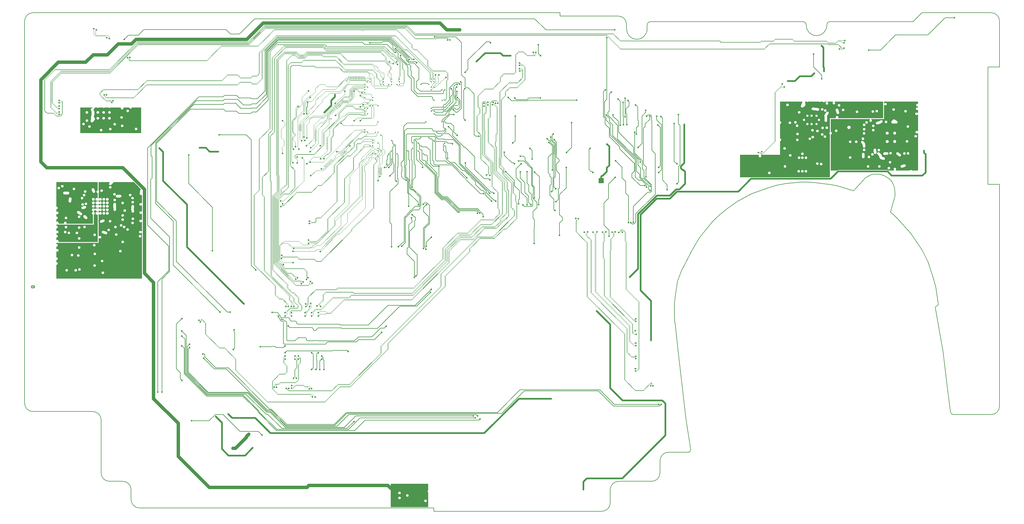
<source format=gbr>
*
G04 Job   : D:\PD-Master\Mas\Mas100n1 ACB_0001_0\Mas100n1 PPC_PORTABILE R_0.pcb*
G04 User  : SHINA:Administrator*
G04 Layer : 8-Internal7.gbr*
G04 Date  : Thu Feb 04 15:45:05 2021*
G04 RSM MASTER DESIGN srl*
%ICAS*%
%MOMM*%
%FSLAX24Y24*%
%OFA0.0000B0.0000*%
G90*
G74*
%AMVB_RECTANGLE*
21,1,$1,$2,0,0,$3*
%
%ADD13C,0.08000*%
%ADD10C,0.15000*%
%ADD15C,0.35000*%
%ADD11C,0.50000*%
%ADD14C,0.50800*%
%ADD12C,1.00000*%
%ADD16VB_RECTANGLE,1.52400X1.52400X90.00000*%
G01*
G36*
X95000Y806750D02*
G02X95750Y807500I750D01*
G01X122260*
Y725000*
G03X126300Y720960I4040*
X130340Y725000J4040*
X126300Y729040I4040*
X122260Y725000J4040*
G01Y807500*
X138260*
Y770800*
G03X142300Y766760I4040*
X146340Y770800J4040*
X142300Y774840I4040*
X138260Y770800J4040*
G01Y807500*
X149460*
Y725000*
G03X153500Y720960I4040*
X157540Y725000J4040*
X153500Y729040I4040*
X149460Y725000J4040*
G01Y807500*
X157260*
Y769600*
G03X160760Y765596I4040*
G01Y727500*
G03X164800Y723460I4040*
X168840Y727500J4040*
X164800Y731540I4040*
X160760Y727500J4040*
G01Y765596*
G03X161300Y765560I540J4004*
X165340Y769600J4040*
X161300Y773640I4040*
X157260Y769600J4040*
G01Y807500*
X159860*
Y793500*
G03X163900Y789460I4040*
X167940Y793500J4040*
X163900Y797540I4040*
X159860Y793500J4040*
G01Y807500*
X205260*
Y800500*
G03X206260Y797839I4040*
G01Y739200*
G03X210300Y735160I4040*
X214340Y739200J4040*
X210300Y743240I4040*
X206260Y739200J4040*
G01Y797839*
G03X206960Y797207I3040J2661*
G01Y774400*
G03X211000Y770360I4040*
X215040Y774400J4040*
X211000Y778440I4040*
X206960Y774400J4040*
G01Y797207*
G03X209300Y796460I2340J3293*
X213340Y800500J4040*
X209300Y804540I4040*
X205260Y800500J4040*
G01Y807500*
X222500*
Y821076*
G02X223250Y821826I750*
X223775Y821612J750*
G03X226600Y820460I2825J2888*
X228860Y821151J4040*
G01Y752900*
G03X230960Y749356I4040*
G01Y717700*
G03X235000Y713660I4040*
X239040Y717700J4040*
X235000Y721740I4040*
X230960Y717700J4040*
G01Y749356*
G03X232900Y748860I1940J3544*
X236940Y752900J4040*
X232900Y756940I4040*
X228860Y752900J4040*
G01Y821151*
G03X230640Y824500I2260J3349*
X226600Y828540I4040*
X223775Y827388J4040*
G02X223250Y827174I525J536*
X222500Y827924J750*
G01Y893554*
G02X223250Y894304I750*
X223866Y893982J750*
G03X226160Y892287I3634J2518*
G01Y871700*
G03X230200Y867660I4040*
X231660Y867933J4040*
G01Y840000*
G03X234485Y836147I4040*
G02X234498Y836143I226J715*
G01X243126Y833366*
G02X243140Y833361I220J717*
G03X244400Y833160I1260J3839*
X248440Y837200J4040*
X245615Y841053I4040*
G02X245602Y841057I226J715*
G01X236974Y843834*
G02X236960Y843839I220J717*
G03X235700Y844040I1260J3839*
X231660Y840000J4040*
G01Y867933*
G03X231814Y867996I1460J3767*
G02X231828Y868002I299J687*
G01X238054Y870671*
G02X238069Y870677I306J685*
G03X240540Y874400I1569J3723*
X236500Y878440I4040*
X234886Y878104J4040*
G02X234872Y878098I299J687*
G01X228646Y875429*
G02X228631Y875423I306J685*
G03X226160Y871700I1569J3723*
G01Y892287*
G03X227500Y892079I1340J4213*
X231921Y896500J4421*
X227500Y900921I4421*
X223866Y899018J4421*
G02X223250Y898696I616J428*
X222500Y899446J750*
G01Y904054*
G02X223250Y904804I750*
X223866Y904482J750*
G03X227500Y902579I3634J2518*
X231921Y907000J4421*
X227500Y911421I4421*
X223866Y909518J4421*
G02X223250Y909196I616J428*
X222500Y909946J750*
G01Y914554*
G02X223250Y915304I750*
X223866Y914982J750*
G03X227500Y913079I3634J2518*
X231921Y917500J4421*
X227500Y921921I4421*
X223866Y920018J4421*
G02X223250Y919696I616J428*
X222500Y920446J750*
G01Y925054*
G02X223250Y925804I750*
X223866Y925482J750*
G03X227500Y923579I3634J2518*
X231921Y928000J4421*
X227500Y932421I4421*
X223866Y930518J4421*
G02X223250Y930196I616J428*
X222500Y930946J750*
G01Y935554*
G02X223250Y936304I750*
X223866Y935982J750*
G03X227500Y934079I3634J2518*
X231921Y938500J4421*
X227500Y942921I4421*
X223866Y941018J4421*
G02X223250Y940696I616J428*
X222500Y941446J750*
G01Y957981*
G02X222741Y958532I750*
G03X224040Y961500I2741J2968*
X222741Y964468I4040*
G02X222500Y965019I509J551*
G01Y989250*
G02X223250Y990000I750*
G01X227360*
Y964600*
G03X231400Y960560I4040*
X233579Y961198J4040*
G01Y896500*
G03X238000Y892079I4421*
X242421Y896500J4421*
X238000Y900921I4421*
X233579Y896500J4421*
G01Y907000*
G03X238000Y902579I4421*
X242421Y907000J4421*
X238000Y911421I4421*
X233579Y907000J4421*
G01Y917500*
G03X238000Y913079I4421*
X242421Y917500J4421*
X238000Y921921I4421*
X233579Y917500J4421*
G01Y928000*
G03X238000Y923579I4421*
X242421Y928000J4421*
X238000Y932421I4421*
X233579Y928000J4421*
G01Y938500*
G03X238000Y934079I4421*
X242421Y938500J4421*
X238000Y942921I4421*
X233579Y938500J4421*
G01Y961198*
G03X235440Y964600I2179J3402*
X231400Y968640I4040*
X227360Y964600J4040*
G01Y990000*
X244079*
Y896500*
G03X248460Y892079I4421*
G01Y846500*
G03X252500Y842460I4040*
X256540Y846500J4040*
X252500Y850540I4040*
X248460Y846500J4040*
G01Y892079*
G03X248500I40J4421*
X252860Y895768J4421*
G01Y872700*
G03X256900Y868660I4040*
X260940Y872700J4040*
X256900Y876740I4040*
X252860Y872700J4040*
G01Y895768*
G03X252921Y896500I4360J732*
X248500Y900921I4421*
X244079Y896500J4421*
G01Y907000*
G03X248500Y902579I4421*
X252921Y907000J4421*
X248500Y911421I4421*
X244079Y907000J4421*
G01Y917500*
G03X248500Y913079I4421*
X252921Y917500J4421*
X248500Y921921I4421*
X244079Y917500J4421*
G01Y928000*
G03X248500Y923579I4421*
X252921Y928000J4421*
X248500Y932421I4421*
X244079Y928000J4421*
G01Y938500*
G03X248500Y934079I4421*
X252921Y938500J4421*
X248500Y942921I4421*
X244079Y938500J4421*
G01Y990000*
X253260*
Y974700*
G03X257300Y970660I4040*
X261340Y974700J4040*
X257300Y978740I4040*
X253260Y974700J4040*
G01Y990000*
X255191*
G02X255941Y989250J750*
X255537Y988585I750*
G03X253360Y985000I1863J3585*
X257400Y980960I4040*
X260193Y982081J4040*
G02X260204Y982092I519J542*
G01X265749Y987339*
G02X265760Y987350I524J537*
G03X265860Y987447I2760J2950*
G01Y953600*
G03X266560Y951327I4040*
G01Y924300*
Y924272*
G02Y924261I750*
G01Y915039*
G02Y915028I750J11*
G01Y915000*
G03X266562Y914872I4040*
G02Y914857I750J24*
G01X266760Y907232*
G02X266761Y907217I749J30*
G03X268960Y903703I4039J83*
G01Y855300*
G03X271360Y851608I4040*
G01Y832600*
G03X275400Y828560I4040*
X279440Y832600J4040*
X275400Y836640I4040*
X271360Y832600J4040*
G01Y851608*
G03X273000Y851260I1640J3692*
X277040Y855300J4040*
X273000Y859340I4040*
X268960Y855300J4040*
G01Y903703*
G03X270800Y903260I1840J3597*
X274840Y907300J4040*
X274838Y907428I4040*
G02Y907443I750J24*
G01X274640Y915043*
G02Y915062I750J19*
G01Y924261*
G02Y924272I750J11*
G01Y924300*
G03X270600Y928340I4040*
X266560Y924300J4040*
G01Y936500*
G03X270600Y932460I4040*
X274640Y936500J4040*
X270600Y940540I4040*
X266560Y936500J4040*
G01Y951327*
G03X269900Y949560I3340J2273*
X273760Y952408J4040*
G01Y948000*
G03X277800Y943960I4040*
X277823J4040*
G02X277828I5J750*
X277839J750*
G01X283560*
Y782700*
G03X287600Y778660I4040*
X291640Y782700J4040*
X287600Y786740I4040*
X283560Y782700J4040*
G01Y943960*
X285960*
Y860200*
G03X290000Y856160I4040*
X290660Y856214J4040*
G01Y810300*
G03X294700Y806260I4040*
X298740Y810300J4040*
X294700Y814340I4040*
X290660Y810300J4040*
G01Y856214*
G03X294040Y860200I660J3986*
X290000Y864240I4040*
X285960Y860200J4040*
G01Y943960*
X287161*
G02X287172I11J750*
X287177J750*
G03X287200I23J4040*
X290360Y945483J4040*
G01Y877500*
G03X294400Y873460I4040*
X294960Y873499J4040*
G01Y855400*
G03X299000Y851360I4040*
X303040Y855400J4040*
X299000Y859440I4040*
X294960Y855400J4040*
G01Y873499*
G03X298440Y877500I560J4001*
X294400Y881540I4040*
X290360Y877500J4040*
G01Y945483*
G03X290460Y945614I3160J2517*
G01Y927500*
G03X290560Y926607I4040*
G01Y890000*
G03X294600Y885960I4040*
X298640Y890000J4040*
X294600Y894040I4040*
X290560Y890000J4040*
G01Y926607*
G03X294500Y923460I3940J893*
X296760Y924151J4040*
G01Y904800*
G03X300800Y900760I4040*
X304840Y904800J4040*
X300800Y908840I4040*
X296760Y904800J4040*
G01Y924151*
G03X298540Y927500I2260J3349*
X294500Y931540I4040*
X290460Y927500J4040*
G01Y945614*
G03X291240Y948000I3260J2386*
X287200Y952040I4040*
X287177J4040*
G02X287172I5J750*
X287161J750*
G01X277839*
G02X277828I11J750*
X277823J750*
G03X277800I23J4040*
X273760Y948000J4040*
G01Y952408*
G03X273940Y953600I3860J1192*
X269900Y957640I4040*
X265860Y953600J4040*
G01Y987447*
G03X266942Y989414I2860J2853*
G02X267674Y990000I732J164*
G01X305360*
Y847600*
G03X309400Y843560I4040*
X313440Y847600J4040*
X309400Y851640I4040*
X305360Y847600J4040*
G01Y990000*
X313160*
Y951300*
G03X317200Y947260I4040*
X320260Y948662J4040*
G01Y911000*
G03X320275Y910657I4040*
G02X320276Y910643I749J63*
G01X320360Y909582*
Y867500*
G03X324400Y863460I4040*
X328440Y867500J4040*
X324400Y871540I4040*
X320360Y867500J4040*
G01Y909582*
X320970Y901919*
G02X320971Y901903I747J71*
G03X321160Y900945I4029J297*
G01Y880000*
G03X325200Y875960I4040*
X329240Y880000J4040*
X325200Y884040I4040*
X321160Y880000J4040*
G01Y900945*
G03X325000Y898160I3840J1255*
X329040Y902200J4040*
X329025Y902543I4040*
G02X329024Y902557I749J63*
G01X328362Y910885*
G02X328360Y910944I748J59*
X328364Y911021I750*
G01X329015Y917348*
G02X329016Y917363I747J66*
G03X329040Y917800I4016J437*
X325000Y921840I4040*
X320960Y917800J4040*
G01Y917799*
G02X320955Y917709I750*
G01X320287Y911469*
G02X320286Y911453I747J68*
G03X320260Y911000I4014J453*
G01Y948662*
G03X320360Y948783I3060J2638*
G01Y942200*
G03X320660Y940672I4040*
G01Y930000*
G03X324700Y925960I4040*
X328740Y930000J4040*
X324700Y934040I4040*
X320660Y930000J4040*
G01Y940672*
G03X324400Y938160I3740J1528*
X328440Y942200J4040*
X324400Y946240I4040*
X320360Y942200J4040*
G01Y948783*
G03X321240Y951300I3160J2517*
X317200Y955340I4040*
X313160Y951300J4040*
G01Y990000*
X328881*
G02X329412Y989780J750*
G01X342860Y976332*
Y827500*
G03X346900Y823460I4040*
X350940Y827500J4040*
X346900Y831540I4040*
X342860Y827500J4040*
G01Y976332*
X349654Y969538*
G02X349874Y969007I530J531*
X349418Y968317I750*
G03X346976Y964954I1582J3717*
G02X346974Y964939I748J65*
G01X346081Y955415*
G02X346080Y955400I748J59*
G03X346060Y955000I4020J400*
X350100Y950960I4040*
X351492Y951207J4040*
G02X351750Y951253I258J704*
X352500Y950503J750*
G01Y927109*
G02X351750Y926359I750*
X351257Y926544J750*
G03X348600Y927540I2657J3044*
X344560Y923500J4040*
X348600Y919460I4040*
X351257Y920456J4040*
G02X351750Y920641I493J565*
X352500Y919891J750*
G01Y902274*
G02X351750Y901524I750*
X351288Y901683J750*
G03X348800Y902540I2488J3183*
X344760Y898500J4040*
X348800Y894460I4040*
X351288Y895317J4040*
G02X351750Y895476I462J591*
X352500Y894726J750*
G01Y876924*
G02X351750Y876174I750*
X351225Y876388J750*
G03X348400Y877540I2825J2888*
X344360Y873500J4040*
X348400Y869460I4040*
X351225Y870612J4040*
G02X351750Y870826I525J536*
X352500Y870076J750*
G01Y842558*
G02X351750Y841808I750*
X351116Y842157J750*
G03X347700Y844040I3416J2157*
X343660Y840000J4040*
X347700Y835960I4040*
X351116Y837843J4040*
G02X351750Y838192I634J401*
X352500Y837442J750*
G01Y700750*
G02X351750Y700000I750*
G01X95750*
G02X95000Y700750J750*
G01Y740610*
G02X95750Y741360I750*
X95758J750*
G03X95800I42J4040*
X99840Y745400J4040*
X95800Y749440I4040*
X95758J4040*
G02X95750I8J750*
X95000Y750190J750*
G01Y755210*
G02X95750Y755960I750*
X95758J750*
G03X95800I42J4040*
X99840Y760000J4040*
X95800Y764040I4040*
X95758J4040*
G02X95750I8J750*
X95000Y764790J750*
G01Y780850*
G02X95750Y781600I750*
X96096Y781515J750*
G03X97959Y781060I1863J3585*
X101999Y785100J4040*
X97959Y789140I4040*
X96096Y788685J4040*
G02X95750Y788600I346J665*
X95000Y789350J750*
G01Y795310*
G02X95750Y796060I750*
X95758J750*
G03X95800I42J4040*
X99840Y800100J4040*
X95800Y804140I4040*
X95758J4040*
G02X95750I8J750*
X95000Y804890J750*
G01Y806750*
Y861750D02*
G02X95750Y862500I750D01*
G01X118001*
Y839900*
G03X122041Y835860I4040*
X126081Y839900J4040*
X122041Y843940I4040*
X118001Y839900J4040*
G01Y862500*
X120160*
Y854900*
G03X124200Y850860I4040*
X128240Y854900J4040*
X124200Y858940I4040*
X120160Y854900J4040*
G01Y862500*
X128919*
Y837600*
G03X132959Y833560I4040*
X136999Y837600J4040*
X132959Y841640I4040*
X128919Y837600J4040*
G01Y862500*
X153001*
Y837400*
G03X157041Y833360I4040*
X159860Y834506J4040*
G01Y821000*
G03X163900Y816960I4040*
X167940Y821000J4040*
X163900Y825040I4040*
X159860Y821000J4040*
G01Y834506*
G03X161081Y837400I2819J2894*
X157041Y841440I4040*
X153001Y837400J4040*
G01Y862500*
X159860*
Y853500*
G03X163900Y849460I4040*
X167940Y853500J4040*
X163900Y857540I4040*
X159860Y853500J4040*
G01Y862500*
X175860*
Y855300*
G03X179900Y851260I4040*
X183940Y855300J4040*
X179900Y859340I4040*
X175860Y855300J4040*
G01Y862500*
X206360*
Y831800*
G03X210400Y827760I4040*
X214440Y831800J4040*
X210400Y835840I4040*
X206360Y831800J4040*
G01Y862500*
X207500*
Y891634*
G02X207996Y892340I750*
G03X210921Y896500I1496J4160*
X207996Y900660I4421*
G02X207500Y901366I254J706*
G01Y902134*
G02X207996Y902840I750*
G03X210916Y906786I1496J4160*
G02X211665Y907500I749J36*
G01X211835*
G02X212584Y906786J750*
G03X217000Y902579I4416J214*
X218924Y903019J4421*
G02X219250Y903094I326J675*
X220000Y902344J750*
G01Y901156*
G02X219250Y900406I750*
X218924Y900481J750*
G03X217000Y900921I1924J3981*
X212579Y896500J4421*
X217000Y892079I4421*
X218924Y892519J4421*
G02X219250Y892594I326J675*
X220000Y891844J750*
G01Y875605*
G02X219931Y875291I750*
G03X219560Y873600I3669J1691*
X219931Y871909I4040*
G02X220000Y871595I681J314*
G01Y810750*
G02X219250Y810000I750*
G01X102377*
G02X101627Y810750J750*
X101686Y811040I750*
G03X101999Y812600I3727J1560*
X97959Y816640I4040*
X96096Y816185J4040*
G02X95750Y816100I346J665*
X95000Y816850J750*
G01Y822810*
G02X95750Y823560I750*
X95758J750*
G03X95800I42J4040*
X99840Y827600J4040*
X95800Y831640I4040*
X95758J4040*
G02X95750I8J750*
X95000Y832390J750*
G01Y835850*
G02X95750Y836600I750*
X96096Y836515J750*
G03X97959Y836060I1863J3585*
X101999Y840100J4040*
X97959Y844140I4040*
X96096Y843685J4040*
G02X95750Y843600I346J665*
X95000Y844350J750*
G01Y850310*
G02X95750Y851060I750*
X95758J750*
G03X95800I42J4040*
X99840Y855100J4040*
X95800Y859140I4040*
X95758J4040*
G02X95750I8J750*
X95000Y859890J750*
G01Y861750*
Y989250D02*
G02X95750Y990000I750D01*
G01X98460*
Y972500*
G03X102500Y968460I4040*
X106540Y972500J4040*
X102500Y976540I4040*
X98460Y972500J4040*
G01Y990000*
X109160*
Y977900*
G03X113200Y973860I4040*
X115579Y974635J4040*
G01Y957500*
G03X120000Y953079I4421*
X120025J4421*
G02X120029I4J750*
X120040J750*
G01X120160*
Y882400*
G03X124200Y878360I4040*
X128240Y882400J4040*
X124200Y886440I4040*
X120160Y882400J4040*
G01Y953079*
X129960*
G02X129971I11J750*
X129975J750*
G03X130000I25J4421*
X132060Y953588J4421*
G01Y932500*
G03X136100Y928460I4040*
X140118Y932082J4040*
G02X140120Y932098I746J77*
G01X141012Y940221*
G02X141013Y940237I747J70*
G03X141040Y940700I4013J463*
X137000Y944740I4040*
X132982Y941118J4040*
G02X132980Y941102I746J77*
G01X132088Y932979*
G02X132087Y932963I747J70*
G03X132060Y932500I4013J463*
G01Y953588*
G03X134421Y957500I2060J3912*
X130000Y961921I4421*
X129975J4421*
G02X129971I4J750*
X129960J750*
G01X120040*
G02X120029I11J750*
X120025J750*
G03X120000I25J4421*
X115579Y957500J4421*
G01Y974635*
G03X117240Y977900I2379J3265*
X113200Y981940I4040*
X109160Y977900J4040*
G01Y990000*
X144160*
Y969800*
G03X148200Y965760I4040*
X152240Y969800J4040*
X148200Y973840I4040*
X144160Y969800J4040*
G01Y990000*
X157160*
Y899600*
G03X158979Y896225I4040*
G02X158991Y896217I413J626*
G01X159860Y895638*
Y886000*
G03X163900Y881960I4040*
X167940Y886000J4040*
X163900Y890040I4040*
X159860Y886000J4040*
G01Y895638*
X166727Y891060*
G02X166740Y891052I407J630*
G03X169000Y890360I2260J3348*
X173040Y894400J4040*
X171221Y897775I4040*
G02X171209Y897783I413J626*
G01X163473Y902940*
G02X163460Y902948I407J630*
G03X161200Y903640I2260J3348*
X157160Y899600J4040*
G01Y990000*
X168460*
Y942100*
G03X170160Y938807I4040*
G01Y912600*
G03X174200Y908560I4040*
X175534Y908786J4040*
G02X175548Y908791I247J707*
G01X175960Y908933*
Y887300*
G03X177252Y884339I4040*
G02X177263Y884328I510J550*
G01X182108Y879780*
G02X182119Y879770I506J554*
G03X184900Y878660I2781J2930*
X188940Y882700J4040*
X187648Y885661I4040*
G02X187637Y885672I510J550*
G01X182792Y890220*
G02X182781Y890230I506J554*
G03X180000Y891340I2781J2930*
X175960Y887300J4040*
G01Y908933*
X182175Y911066*
G02X182190Y911071I254J705*
G03X184940Y914900I1290J3829*
X180900Y918940I4040*
X179566Y918714J4040*
G02X179552Y918709I247J707*
G01X172925Y916434*
G02X172910Y916429I254J705*
G03X170160Y912600I1290J3829*
G01Y923000*
G03X174200Y918960I4040*
X178240Y923000J4040*
X174200Y927040I4040*
X170160Y923000J4040*
G01Y938807*
G03X172500Y938060I2340J3293*
X176540Y942100J4040*
X172500Y946140I4040*
X168460Y942100J4040*
G01Y990000*
X174660*
Y951200*
G03X178700Y947160I4040*
X180160Y947433J4040*
G01Y925000*
G03X184200Y920960I4040*
X188240Y925000J4040*
X184200Y929040I4040*
X180160Y925000J4040*
G01Y947433*
G03X182740Y951200I1460J3767*
X178700Y955240I4040*
X174660Y951200J4040*
G01Y990000*
X177960*
Y962000*
G03X182000Y957960I4040*
X186040Y962000J4040*
X182000Y966040I4040*
X177960Y962000J4040*
G01Y990000*
X201160*
Y968300*
G03X201490Y966701I4040*
G02X201495Y966688I689J296*
G01X202079Y965312*
Y917500*
G03X206500Y913079I4421*
X210921Y917500J4421*
X206500Y921921I4421*
X202079Y917500J4421*
G01Y928000*
G03X206500Y923579I4421*
X210921Y928000J4421*
X206500Y932421I4421*
X202079Y928000J4421*
G01Y938500*
G03X206500Y934079I4421*
X210921Y938500J4421*
X206500Y942921I4421*
X202079Y938500J4421*
G01Y965312*
X204267Y960156*
G02X204272Y960143I687J302*
G03X208000Y957660I3728J1557*
X212040Y961700J4040*
X211710Y963299I4040*
G02X211705Y963312I689J296*
G01X208933Y969844*
G02X208928Y969857I687J302*
G03X205200Y972340I3728J1557*
X201160Y968300J4040*
G01Y990000*
X219250*
G02X220000Y989250J750*
G01Y966231*
G02X219367Y965490I750*
G03X215960Y961500I633J3990*
X219367Y957510I4040*
G02X220000Y956769I117J741*
G01Y943156*
G02X219250Y942406I750*
X218924Y942481J750*
G03X217000Y942921I1924J3981*
X212579Y938500J4421*
X217000Y934079I4421*
X218924Y934519J4421*
G02X219250Y934594I326J675*
X220000Y933844J750*
G01Y932656*
G02X219250Y931906I750*
X218924Y931981J750*
G03X217000Y932421I1924J3981*
X212579Y928000J4421*
X217000Y923579I4421*
X218924Y924019J4421*
G02X219250Y924094I326J675*
X220000Y923344J750*
G01Y922156*
G02X219250Y921406I750*
X218924Y921481J750*
G03X217000Y921921I1924J3981*
X212579Y917500J4421*
X217000Y913079I4421*
X218924Y913519J4421*
G02X219250Y913594I326J675*
X220000Y912844J750*
G01Y911656*
G02X219250Y910906I750*
X218924Y910981J750*
G03X217000Y911421I1924J3981*
X213956Y910206J4421*
G02X213440Y910000I516J544*
G01X210060*
G02X209544Y910206J750*
G03X206500Y911421I3044J3206*
X202079Y907000J4421*
X204576Y903019I4421*
G02X205000Y902344I326J675*
G01Y901156*
G02X204576Y900481I750*
G03X202079Y896500I1924J3981*
X204576Y892519I4421*
G02X205000Y891844I326J675*
G01Y865750*
G02X204250Y865000I750*
G01X126538*
G02X125788Y865750J750*
X125834Y866008I750*
G03X126081Y867400I3793J1392*
X122041Y871440I4040*
X118001Y867400J4040*
X118248Y866008I4040*
G02X118294Y865750I704J258*
X117544Y865000I750*
G01X102377*
G02X101627Y865750J750*
X101686Y866040I750*
G03X101999Y867600I3727J1560*
X97959Y871640I4040*
X96096Y871185J4040*
G02X95750Y871100I346J665*
X95000Y871850J750*
G01Y877810*
G02X95750Y878560I750*
X95758J750*
G03X95800I42J4040*
X99840Y882600J4040*
X95800Y886640I4040*
X95758J4040*
G02X95750I8J750*
X95000Y887390J750*
G01Y893350*
G02X95750Y894100I750*
X96096Y894015J750*
G03X97959Y893560I1863J3585*
X101999Y897600J4040*
X97959Y901640I4040*
X96096Y901185J4040*
G02X95750Y901100I346J665*
X95000Y901850J750*
G01Y907810*
G02X95750Y908560I750*
X95758J750*
G03X95800I42J4040*
X99840Y912600J4040*
X95800Y916640I4040*
X95758J4040*
G02X95750I8J750*
X95000Y917390J750*
G01Y989250*
X167500Y1214250D02*
G02X168250Y1215000I750D01*
G01X172860*
Y1165100*
G03X176900Y1161060I4040*
X180940Y1165100J4040*
X176900Y1169140I4040*
X172860Y1165100J4040*
G01Y1215000*
X182860*
Y1200000*
G03X183160Y1198472I4040*
G01Y1175200*
G03X187200Y1171160I4040*
X190860Y1173489J4040*
G01Y1157500*
G03X194900Y1153460I4040*
X198940Y1157500J4040*
X194900Y1161540I4040*
X190860Y1157500J4040*
G01Y1173489*
G03X191240Y1175200I3660J1711*
X187200Y1179240I4040*
X183160Y1175200J4040*
G01Y1198472*
G03X186900Y1195960I3740J1528*
X190940Y1200000J4040*
X186900Y1204040I4040*
X182860Y1200000J4040*
G01Y1215000*
X204078*
G02X204721Y1214636J750*
X204828Y1214250I643J386*
X204789Y1214011I750*
G01X204601Y1213433*
G02X203888Y1212915I713J232*
X203718Y1212934J750*
G03X202800Y1213040I918J3934*
X198760Y1209000J4040*
X199038Y1207528I4040*
G02X199043Y1207514I699J273*
G01X201210Y1201880*
G02X201260Y1201611I700J269*
G01Y1194339*
G02Y1194328I750J11*
G01Y1194300*
G02X201237Y1194117I750*
G01X199977Y1188764*
G02X199973Y1188749I733J161*
G03X199878Y1188179I3927J949*
G02X199876Y1188163I747J70*
G01X198484Y1174240*
G02X198482Y1174225I747J63*
G03X198460Y1173800I4018J425*
X202500Y1169760I4040*
X205659Y1171282J4040*
G02X205669Y1171294I587J467*
G01X210621Y1177434*
G02X210630Y1177446I590J462*
G03X211540Y1180000I3130J2554*
X211158Y1181714I4040*
G02X211152Y1181728I680J318*
G01X208238Y1188041*
G02X208169Y1188355I681J314*
X208186Y1188513I750*
G01X209241Y1193412*
G02X209245Y1193427I736J147*
G03X209340Y1194300I3945J873*
G01Y1194328*
G02Y1194339I750*
G01Y1202461*
G02Y1202472I750J11*
G01Y1202500*
G03X209062Y1203972I4040*
G02X209057Y1203986I699J273*
G01X207434Y1208207*
G02X207384Y1208476I700J269*
X207507Y1208887I750*
G01X211288Y1214651*
G02X211306Y1214677I633J403*
G01X211307Y1214679*
G02X211922Y1215000I615J429*
G01X215833*
Y1182500*
G03X220000Y1178333I4167*
X224167Y1182500J4167*
X220000Y1186667I4167*
X215833Y1182500J4167*
G01Y1200000*
G03X220000Y1195833I4167*
X224167Y1200000J4167*
X220000Y1204167I4167*
X215833Y1200000J4167*
G01Y1215000*
X216310*
G02X216873Y1214746J750*
G03X220000Y1213333I3127J2754*
X223127Y1214746J4167*
G02X223690Y1215000I563J496*
G01X225960*
Y1146600*
G03X230000Y1142560I4040*
X234040Y1146600J4040*
X230000Y1150640I4040*
X225960Y1146600J4040*
G01Y1215000*
X233333*
Y1182500*
G03X237500Y1178333I4167*
X241667Y1182500J4167*
X237500Y1186667I4167*
X233333Y1182500J4167*
G01Y1200000*
G03X237500Y1195833I4167*
X241667Y1200000J4167*
X237500Y1204167I4167*
X233333Y1200000J4167*
G01Y1215000*
X233810*
G02X234373Y1214746J750*
G03X237500Y1213333I3127J2754*
X240627Y1214746J4167*
G02X241190Y1215000I563J496*
G01X250833*
Y1182500*
G03X253460Y1178628I4167*
G01Y1149900*
G03X257500Y1145860I4040*
X261540Y1149900J4040*
X257500Y1153940I4040*
X253460Y1149900J4040*
G01Y1178628*
G03X255000Y1178333I1540J3872*
X259167Y1182500J4167*
X255000Y1186667I4167*
X250833Y1182500J4167*
G01Y1200000*
G03X255000Y1195833I4167*
X259167Y1200000J4167*
X255000Y1204167I4167*
X250833Y1200000J4167*
G01Y1215000*
X251310*
G02X251873Y1214746J750*
G03X255000Y1213333I3127J2754*
X258127Y1214746J4167*
G02X258690Y1215000I563J496*
G01X266560*
Y1164500*
G03X270600Y1160460I4040*
X274640Y1164500J4040*
X270600Y1168540I4040*
X266560Y1164500J4040*
G01Y1215000*
X287260*
Y1185000*
G03X289260Y1181513I4040*
G01Y1159700*
G03X293300Y1155660I4040*
X297340Y1159700J4040*
X293300Y1163740I4040*
X289260Y1159700J4040*
G01Y1181513*
G03X291300Y1180960I2040J3487*
X295340Y1185000J4040*
X291300Y1189040I4040*
X287260Y1185000J4040*
G01Y1215000*
X288841*
G02X289591Y1214250J750*
X289539Y1213976I750*
G03X289260Y1212500I3761J1476*
X293300Y1208460I4040*
X297340Y1212500J4040*
X297061Y1213976I4040*
G02X297009Y1214250I698J274*
X297759Y1215000I750*
G01X305660*
Y1204500*
G03X309700Y1200460I4040*
X313740Y1204500J4040*
X309700Y1208540I4040*
X305660Y1204500J4040*
G01Y1215000*
X313586*
G02X314324Y1214383J750*
G03X318300Y1211060I3976J717*
X322276Y1214383J4040*
G02X323014Y1215000I738J133*
G01X330960*
Y1150300*
G03X335000Y1146260I4040*
X339040Y1150300J4040*
X335000Y1154340I4040*
X330960Y1150300J4040*
G01Y1215000*
X349250*
G02X350000Y1214250J750*
G01Y1138250*
G02X349250Y1137500I750*
G01X168250*
G02X167500Y1138250J750*
G01Y1214250*
X1100000Y81750D02*
G02X1100750Y82500I750D01*
G01X1122560*
Y55000*
G03X1122660Y54107I4040*
G01Y40000*
G03X1126700Y35960I4040*
X1130740Y40000J4040*
X1126700Y44040I4040*
X1122660Y40000J4040*
G01Y54107*
G03X1126600Y50960I3940J893*
X1130640Y55000J4040*
X1126600Y59040I4040*
X1122560Y55000J4040*
G01Y82500*
X1146160*
Y47500*
G03X1150200Y43460I4040*
X1154240Y47500J4040*
X1150200Y51540I4040*
X1146160Y47500J4040*
G01Y82500*
X1200860*
Y31300*
G03X1204900Y27260I4040*
X1208940Y31300J4040*
X1204900Y35340I4040*
X1200860Y31300J4040*
G01Y82500*
X1211750*
G02X1212500Y81750J750*
G01Y63519*
G02X1212259Y62968I750*
G03X1210960Y60000I2741J2968*
X1212259Y57032I4040*
G02X1212500Y56481I509J551*
G01Y13250*
G02X1211750Y12500I750*
G01X1100750*
G02X1100000Y13250J750*
G01Y81750*
X2150000Y1071750D02*
G02X2150750Y1072500I750D01*
G01X2206391*
G02X2207141Y1071750J750*
X2206956Y1071257I750*
G03X2205960Y1068600I3044J2657*
X2210000Y1064560I4040*
X2214040Y1068600J4040*
X2213044Y1071257I4040*
G02X2212859Y1071750I565J493*
X2213609Y1072500I750*
G01X2234160*
Y1017900*
G03X2238200Y1013860I4040*
X2242240Y1017900J4040*
X2238200Y1021940I4040*
X2234160Y1017900J4040*
G01Y1072500*
X2270000*
Y1113069*
G02X2270633Y1113810I750*
G03X2274040Y1117800I633J3990*
X2270633Y1121790I4040*
G02X2270000Y1122531I117J741*
G01Y1164569*
G02X2270633Y1165310I750*
G03X2274040Y1169300I633J3990*
X2270633Y1173290I4040*
G02X2270000Y1174031I117J741*
G01Y1231750*
G02X2270750Y1232500I750*
G01X2279960*
Y1091700*
G03X2281160Y1088827I4040*
G01Y1037500*
G03X2285200Y1033460I4040*
X2289240Y1037500J4040*
X2285200Y1041540I4040*
X2281160Y1037500J4040*
G01Y1088827*
G03X2284000Y1087660I2840J2873*
X2288040Y1091700J4040*
X2284000Y1095740I4040*
X2279960Y1091700J4040*
G01Y1232500*
X2288760*
Y1222700*
G03X2292800Y1218660I4040*
X2295960Y1220183J4040*
G01Y1168900*
G03X2296960Y1166239I4040*
G01Y1070700*
G03X2301000Y1066660I4040*
X2305040Y1070700J4040*
X2301000Y1074740I4040*
X2296960Y1070700J4040*
G01Y1166239*
G03X2300000Y1164860I3040J2661*
X2304040Y1168900J4040*
X2300000Y1172940I4040*
X2295960Y1168900J4040*
G01Y1220183*
G03X2296840Y1222700I3160J2517*
X2292800Y1226740I4040*
X2288760Y1222700J4040*
G01Y1232500*
X2312560*
Y1170100*
G03X2316600Y1166060I4040*
X2317560Y1166176J4040*
G01Y1160000*
G03X2318460Y1157458I4040*
G01Y1117500*
G03X2322360Y1113462I4040*
G01Y1022900*
G03X2326400Y1018860I4040*
X2330440Y1022900J4040*
X2326400Y1026940I4040*
X2322360Y1022900J4040*
G01Y1113462*
G03X2322500Y1113460I140J4038*
X2323560Y1113602J4040*
G01Y1063700*
G03X2327600Y1059660I4040*
X2331640Y1063700J4040*
X2327600Y1067740I4040*
X2323560Y1063700J4040*
G01Y1113602*
G03X2326540Y1117500I1060J3898*
X2322500Y1121540I4040*
X2318460Y1117500J4040*
G01Y1157458*
G03X2318860Y1157031I3140J2542*
G01Y1135000*
G03X2322900Y1130960I4040*
X2326940Y1135000J4040*
X2322900Y1139040I4040*
X2318860Y1135000J4040*
G01Y1157031*
G03X2321600Y1155960I2740J2969*
X2325640Y1160000J4040*
X2321600Y1164040I4040*
X2317560Y1160000J4040*
G01Y1166176*
G03X2320640Y1170100I960J3924*
X2316600Y1174140I4040*
X2312560Y1170100J4040*
G01Y1232500*
X2323860*
Y1200300*
G03X2327900Y1196260I4040*
X2331940Y1200300J4040*
X2327900Y1204340I4040*
X2323860Y1200300J4040*
G01Y1232500*
X2336554*
G02X2337304Y1231750J750*
X2337297Y1231648I750*
G03X2337260Y1231100I4003J548*
G02X2337210Y1230830I750*
G01X2333122Y1219733*
G02X2333117Y1219718I707J248*
G03X2332860Y1218300I3783J1418*
X2333360Y1216353I4040*
G01Y1022900*
G03X2337400Y1018860I4040*
X2341440Y1022900J4040*
X2337400Y1026940I4040*
X2333360Y1022900J4040*
G01Y1216353*
G03X2333460Y1216182I3540J1947*
G01Y1063700*
G03X2337500Y1059660I4040*
X2341540Y1063700J4040*
X2337500Y1067740I4040*
X2333460Y1063700J4040*
G01Y1216182*
G03X2333560Y1216027I3440J2118*
G01Y1075500*
G03X2337600Y1071460I4040*
X2341640Y1075500J4040*
X2337600Y1079540I4040*
X2333560Y1075500J4040*
G01Y1216027*
G03X2336900Y1214260I3340J2273*
X2339000Y1214849J4040*
G01Y1177500*
G03X2342500Y1174000I3500*
X2344060Y1174367J3500*
G01Y1022900*
G03X2348100Y1018860I4040*
X2352140Y1022900J4040*
X2348100Y1026940I4040*
X2344060Y1022900J4040*
G01Y1174367*
G03X2344160Y1174419I1560J3133*
G01Y1063700*
G03X2348200Y1059660I4040*
X2352240Y1063700J4040*
X2348200Y1067740I4040*
X2344160Y1063700J4040*
G01Y1174419*
G03X2346000Y1177500I1660J3081*
X2342500Y1181000I3500*
X2339000Y1177500J3500*
G01Y1214849*
G03X2339119Y1214924I2100J3451*
G02X2339132Y1214933I412J627*
G01X2344766Y1218590*
G02X2344780Y1218598I418J623*
G03X2346640Y1222000I2180J3402*
X2346596Y1222595I4040*
G02X2346594Y1222611I742J110*
G01X2345307Y1231621*
G02X2345304Y1231638I740J118*
G01X2345302Y1231649*
G02X2345296Y1231750I744J101*
X2346046Y1232500I750*
G01X2349000*
Y1165000*
G03X2352500Y1161500I3500*
X2355860Y1164020J3500*
G01Y1120800*
G03X2359900Y1116760I4040*
X2363940Y1120800J4040*
X2359900Y1124840I4040*
X2355860Y1120800J4040*
G01Y1164020*
G03X2356000Y1165000I3360J980*
X2352500Y1168500I3500*
X2349000Y1165000J3500*
G01Y1190000*
G03X2352500Y1186500I3500*
X2356000Y1190000J3500*
X2352500Y1193500I3500*
X2349000Y1190000J3500*
G01Y1232500*
X2349650*
G02X2350096Y1232353J750*
G03X2352500Y1231560I2404J3247*
X2354904Y1232353J4040*
G02X2355350Y1232500I446J603*
G01X2361500*
Y1165000*
G03X2363760Y1161727I3500*
G01Y1146400*
G03X2364560Y1143987I4040*
G01Y1125800*
G03X2368600Y1121760I4040*
X2372640Y1125800J4040*
X2368600Y1129840I4040*
X2364560Y1125800J4040*
G01Y1143987*
G03X2367800Y1142360I3240J2413*
X2371840Y1146400J4040*
X2367800Y1150440I4040*
X2363760Y1146400J4040*
G01Y1161727*
G03X2365000Y1161500I1240J3273*
X2368500Y1165000J3500*
X2365000Y1168500I3500*
X2361500Y1165000J3500*
G01Y1190000*
G03X2365000Y1186500I3500*
X2368500Y1190000J3500*
X2365000Y1193500I3500*
X2361500Y1190000J3500*
G01Y1232500*
X2364860*
Y1210900*
G03X2368442Y1206886I4040*
G02X2368457Y1206884I85J745*
G01X2375880Y1205993*
G02X2375895Y1205992I78J745*
G01X2375912Y1205990*
G02X2375925Y1205988I93J745*
G01X2376500Y1205914*
Y1165000*
G03X2378460Y1161857I3500*
G01Y1046000*
G03X2382500Y1041960I4040*
X2386540Y1046000J4040*
X2382500Y1050040I4040*
X2378460Y1046000J4040*
G01Y1161857*
G03X2378760Y1161727I1540J3143*
G01Y1144100*
G03X2382800Y1140060I4040*
X2386840Y1144100J4040*
X2382800Y1148140I4040*
X2378760Y1144100J4040*
G01Y1161727*
G03X2380000Y1161500I1240J3273*
X2383500Y1165000J3500*
X2380000Y1168500I3500*
X2376500Y1165000J3500*
G01Y1190000*
G03X2380000Y1186500I3500*
X2383500Y1190000J3500*
X2380000Y1193500I3500*
X2376500Y1190000J3500*
G01Y1205914*
X2383647Y1204998*
G02X2383663Y1204996I84J745*
G03X2384000Y1204965I537J4004*
G01Y1177500*
G03X2387500Y1174000I3500*
X2389960Y1175010J3500*
G01Y1044600*
G03X2394000Y1040560I4040*
X2398040Y1044600J4040*
X2394000Y1048640I4040*
X2389960Y1044600J4040*
G01Y1175010*
G03X2391000Y1177500I2460J2490*
X2387500Y1181000I3500*
X2384000Y1177500J3500*
G01Y1204965*
G03X2384200Y1204960I200J4035*
X2388240Y1209000J4040*
X2384690Y1213010I4040*
G02X2384675Y1213012I91J745*
G01X2376953Y1214002*
G02X2376937Y1214004I84J745*
G03X2376858Y1214014I537J4004*
G02X2376843Y1214016I85J745*
G01X2369420Y1214907*
G02X2369404Y1214908I78J746*
G03X2368900Y1214940I504J4008*
X2364860Y1210900J4040*
G01Y1232500*
X2387020*
G02X2387486Y1232337J750*
G03X2390000Y1231460I2514J3163*
X2392514Y1232337J4040*
G02X2392980Y1232500I466J587*
G01X2393160*
Y1133600*
G03X2397200Y1129560I4040*
X2401240Y1133600J4040*
X2397200Y1137640I4040*
X2393160Y1133600J4040*
G01Y1209000*
G03X2394160Y1206339I4040*
G01Y1153500*
G03X2398200Y1149460I4040*
X2401260Y1150862J4040*
G01Y1127200*
G03X2405300Y1123160I4040*
X2409340Y1127200J4040*
X2405300Y1131240I4040*
X2401260Y1127200J4040*
G01Y1150862*
G03X2402240Y1153500I3060J2638*
X2398200Y1157540I4040*
X2394160Y1153500J4040*
G01Y1206339*
G03X2397200Y1204960I3040J2661*
X2401240Y1209000J4040*
X2397200Y1213040I4040*
X2393160Y1209000J4040*
G01Y1232500*
X2398084*
G02X2398728Y1232134J750*
G03X2402200Y1230160I3472J2066*
X2402260J4040*
G01Y1205700*
G03X2403560Y1202731I4040*
G01Y1190800*
G03X2403563Y1190658I4040*
G02Y1190642I750J27*
G01X2403761Y1183919*
G02Y1183906I750J33*
G01X2403762Y1183881*
G02Y1183867I750J20*
G01X2403960Y1175246*
G02X2403961Y1175231I749J28*
G03X2406760Y1171455I4039J69*
G01Y1153900*
G03X2410800Y1149860I4040*
X2414840Y1153900J4040*
X2410800Y1157940I4040*
X2406760Y1153900J4040*
G01Y1171455*
G03X2408000Y1171260I1240J3845*
X2412040Y1175300J4040*
X2412038Y1175417I4040*
G02Y1175433I762J22*
G01X2411840Y1184054*
G02X2411839Y1184069I749J28*
G03X2411837Y1184142I4039J69*
G02Y1184158I750J27*
G01X2411683Y1189392*
G02Y1189414I760J22*
X2411809Y1189830I750*
G01X2416140Y1196327*
G02X2416148Y1196340I630J407*
G03X2416840Y1198600I3348J2260*
X2412800Y1202640I4040*
X2409425Y1200821J4040*
G02X2409417Y1200809I626J413*
G01X2404260Y1193073*
G02X2404252Y1193060I630J407*
G03X2403560Y1190800I3348J2260*
G01Y1202731*
G03X2406300Y1201660I2740J2969*
X2410340Y1205700J4040*
X2406300Y1209740I4040*
X2402260Y1205700J4040*
G01Y1230160*
G03X2405672Y1232134I60J4040*
G02X2406316Y1232500I644J384*
G01X2409703*
G02X2410453Y1231750J750*
X2409937Y1231038I750*
G03X2407160Y1227200I1263J3838*
X2411200Y1223160I4040*
X2415240Y1227200J4040*
X2412463Y1231038I4040*
G02X2411947Y1231750I234J712*
X2412697Y1232500I750*
G01X2429350*
G02X2430100Y1231750J750*
X2429796Y1231147I750*
G03X2428160Y1227900I2404J3247*
X2432200Y1223860I4040*
X2436240Y1227900J4040*
X2434604Y1231147I4040*
G02X2434300Y1231750I446J603*
X2435050Y1232500I750*
G01X2437460*
Y1207500*
G03X2437636Y1206322I4040*
G02X2437640Y1206308I718J219*
G01X2440218Y1197680*
G02X2440223Y1197665I715J225*
G03X2444100Y1194760I3877J1135*
X2448140Y1198800J4040*
X2447964Y1199978I4040*
G02X2447960Y1199992I718J219*
G01X2445382Y1208620*
G02X2445377Y1208635I715J225*
G03X2441500Y1211540I3877J1135*
X2437460Y1207500J4040*
G01Y1232500*
X2443660*
Y1221400*
G03X2447700Y1217360I4040*
X2451740Y1221400J4040*
X2447700Y1225440I4040*
X2443660Y1221400J4040*
G01Y1232500*
X2455960*
Y1207400*
G03X2460000Y1203360I4040*
X2464040Y1207400J4040*
X2460000Y1211440I4040*
X2455960Y1207400J4040*
G01Y1232500*
X2497560*
Y1201900*
G03X2501600Y1197860I4040*
X2505640Y1201900J4040*
X2501600Y1205940I4040*
X2497560Y1201900J4040*
G01Y1232500*
X2545260*
Y1202800*
G03X2549300Y1198760I4040*
X2553340Y1202800J4040*
X2549300Y1206840I4040*
X2545260Y1202800J4040*
G01Y1232500*
X2556960*
Y1203800*
G03X2561000Y1199760I4040*
X2565040Y1203800J4040*
X2561000Y1207840I4040*
X2556960Y1203800J4040*
G01Y1232500*
X2579250*
G02X2580000Y1231750J750*
G01Y1183250*
G02X2579250Y1182500I750*
G01X2445874*
G02X2445124Y1183250J750*
X2445220Y1183618I750*
G03X2445740Y1185600I3520J1982*
X2441700Y1189640I4040*
X2437660Y1185600J4040*
X2438180Y1183618I4040*
G02X2438276Y1183250I654J368*
X2437526Y1182500I750*
G01X2420000*
Y1141019*
G02X2419759Y1140468I750*
G03X2418460Y1137500I2741J2968*
X2419759Y1134532I4040*
G02X2420000Y1133981I509J551*
G01Y1005750*
G02X2419250Y1005000I750*
G01X2150750*
G02X2150000Y1005750J750*
G01Y1071750*
X2422500Y1179250D02*
G02X2423250Y1180000I750D01*
G01X2435160*
Y1144800*
G03X2439200Y1140760I4040*
X2443240Y1144800J4040*
X2439200Y1148840I4040*
X2435160Y1144800J4040*
G01Y1180000*
X2472190*
Y1155000*
G03X2477160Y1149701I5310*
G01Y1064300*
G03X2481200Y1060260I4040*
X2485240Y1064300J4040*
X2481200Y1068340I4040*
X2477160Y1064300J4040*
G01Y1111700*
G03X2481200Y1107660I4040*
X2485240Y1111700J4040*
X2481200Y1115740I4040*
X2477160Y1111700J4040*
G01Y1149701*
G03X2477500Y1149690I340J5299*
X2482810Y1155000J5310*
X2477500Y1160310I5310*
X2472190Y1155000J5310*
G01Y1180000*
X2495260*
Y1111700*
G03X2499300Y1107660I4040*
X2503340Y1111700J4040*
X2499300Y1115740I4040*
X2495260Y1111700J4040*
G01Y1180000*
X2513760*
Y1110600*
G03X2514672Y1108044I4040*
G02X2514681Y1108032I581J475*
G01X2516560Y1105706*
Y1074400*
Y1074372*
G02Y1074361I750*
G01Y1066039*
G02Y1066028I750J11*
G01Y1066000*
G03X2520600Y1061960I4040*
X2524640Y1066000J4040*
G01Y1066028*
G02Y1066039I750*
G01Y1074361*
G02Y1074372I750J11*
G01Y1074400*
G03X2520600Y1078440I4040*
X2516560Y1074400J4040*
G01Y1105706*
X2517980Y1103948*
G02X2518141Y1103561I584J471*
G01X2518881Y1096988*
G02X2518883Y1096972I744J95*
G03X2519260Y1095647I4017J428*
G01Y1087500*
G03X2523300Y1083460I4040*
X2527340Y1087500J4040*
X2523300Y1091540I4040*
X2519260Y1087500J4040*
G01Y1095647*
G03X2522900Y1093360I3640J1753*
X2526940Y1097400J4040*
X2526912Y1097875I4040*
G02X2526910Y1097890I745J88*
G01X2526019Y1105812*
G02X2526017Y1105828I744J95*
G03X2525128Y1107956I4017J428*
G02X2525119Y1107968I581J475*
G01X2520967Y1113109*
G02X2520958Y1113120I577J479*
G03X2517800Y1114640I3158J2520*
X2513760Y1110600J4040*
G01Y1180000*
X2515360*
Y1120800*
G03X2519400Y1116760I4040*
X2523440Y1120800J4040*
X2519400Y1124840I4040*
X2515360Y1120800J4040*
G01Y1180000*
X2518760*
Y1136900*
G03X2522800Y1132860I4040*
X2526840Y1136900J4040*
X2522800Y1140940I4040*
X2518760Y1136900J4040*
G01Y1180000*
X2519260*
Y1149500*
G03X2523300Y1145460I4040*
X2527340Y1149500J4040*
X2523300Y1153540I4040*
X2519260Y1149500J4040*
G01Y1162500*
G03X2523300Y1158460I4040*
X2527340Y1162500J4040*
X2523300Y1166540I4040*
X2519260Y1162500J4040*
G01Y1180000*
X2526386*
Y1169800*
G03X2530426Y1165760I4040*
X2530960Y1165795J4040*
G01Y1037400*
G03X2535000Y1033360I4040*
X2539040Y1037400J4040*
X2535000Y1041440I4040*
X2530960Y1037400J4040*
G01Y1165795*
G03X2533560Y1167251I534J4005*
G01Y1066000*
G03X2537600Y1061960I4040*
X2541640Y1066000J4040*
X2537600Y1070040I4040*
X2533560Y1066000J4040*
G01Y1167251*
G03X2534466Y1169800I3134J2549*
X2530426Y1173840I4040*
X2526386Y1169800J4040*
G01Y1180000*
X2540242*
G02X2540992Y1179250J750*
X2540643Y1178616I750*
G03X2538760Y1175200I2157J3416*
X2542800Y1171160I4040*
X2543960Y1171330J4040*
G01Y1073800*
G03X2548000Y1069760I4040*
X2552040Y1073800J4040*
X2548000Y1077840I4040*
X2543960Y1073800J4040*
G01Y1171330*
G03X2546560Y1173722I1160J3870*
G01Y1146600*
G03X2550600Y1142560I4040*
X2551360Y1142632J4040*
G01Y1087200*
G03X2551396Y1086659I4040*
G02X2551398Y1086644I743J101*
G01X2552489Y1078219*
G02X2552491Y1078204I743J107*
G03X2556500Y1074660I4009J496*
X2560540Y1078700J4040*
X2560504Y1079241I4040*
G02X2560502Y1079256I743J101*
G01X2559411Y1087681*
G02X2559409Y1087696I743J107*
G03X2555400Y1091240I4009J496*
X2551360Y1087200J4040*
G01Y1142632*
G03X2554640Y1146600I760J3968*
X2550600Y1150640I4040*
X2546560Y1146600J4040*
G01Y1159600*
G03X2550600Y1155560I4040*
X2554640Y1159600J4040*
X2550600Y1163640I4040*
X2546560Y1159600J4040*
G01Y1173722*
G03X2546840Y1175200I3760J1478*
X2544957Y1178616I4040*
G02X2544608Y1179250I401J634*
X2545358Y1180000I750*
G01X2558260*
Y1167700*
G03X2562160Y1163662I4040*
G01Y1076400*
G03X2563360Y1073527I4040*
G02X2563371Y1073516I527J534*
G01X2564760Y1072127*
Y1037400*
G03X2568800Y1033360I4040*
X2572840Y1037400J4040*
X2568800Y1041440I4040*
X2564760Y1037400J4040*
G01Y1072127*
X2567744Y1069143*
G02X2567925Y1068850I531J530*
G01X2570155Y1062160*
G02X2570160Y1062145I708J248*
G03X2572745Y1059560I3840J1255*
G02X2572760Y1059555I233J713*
G01X2580485Y1056980*
G02X2580500Y1056975I226J715*
G03X2581800Y1056760I1300J3825*
X2585840Y1060800J4040*
X2583055Y1064640I4040*
G02X2583040Y1064645I233J713*
G01X2577550Y1066475*
G02X2577075Y1066950I237J712*
G01X2575245Y1072440*
G02X2575240Y1072455I708J248*
G03X2574240Y1074073I3840J1255*
G02X2574229Y1074084I527J534*
G01X2569084Y1079229*
G02X2569073Y1079240I523J538*
G03X2566200Y1080440I2873J2840*
X2562160Y1076400J4040*
G01Y1163662*
G03X2562300Y1163660I140J4038*
X2563160Y1163753J4040*
G01Y1086700*
G03X2567200Y1082660I4040*
X2571240Y1086700J4040*
X2567200Y1090740I4040*
X2563160Y1086700J4040*
G01Y1163753*
G03X2563411Y1163816I860J3947*
G02X2563426Y1163820I206J721*
G01X2570149Y1165698*
G02X2570164Y1165703I213J719*
G03X2570953Y1166010I1064J3897*
G02X2570968Y1166017I344J666*
G01X2576796Y1168981*
G02X2576810Y1168988I350J664*
G03X2579040Y1172600I1810J3612*
X2575000Y1176640I4040*
X2573147Y1176190J4040*
G02X2573132Y1176183I344J666*
G01X2567693Y1173417*
G02X2567555Y1173363I340J668*
G01X2561251Y1171602*
G02X2561236Y1171597I213J719*
G03X2558260Y1167700I1064J3897*
G01Y1180000*
X2580360*
Y1076000*
G03X2584400Y1071960I4040*
X2584631Y1071967J4040*
G02X2584647I43J749*
G01X2592370Y1072363*
G02X2592384Y1072364I48J748*
G03X2593360Y1072530I184J4036*
G01Y1032200*
G03X2597400Y1028160I4040*
X2601440Y1032200J4040*
X2597400Y1036240I4040*
X2593360Y1032200J4040*
G01Y1072530*
G03X2596240Y1076400I1160J3870*
X2592200Y1080440I4040*
X2591969Y1080433J4040*
G02X2591953I43J749*
G01X2584230Y1080037*
G02X2584216Y1080036I48J748*
G03X2580360Y1076000I184J4036*
G01Y1180000*
X2582500*
Y1222442*
G02X2583250Y1223192I750*
X2583884Y1222843J750*
G03X2584860Y1221780I3416J2157*
G01Y1171500*
G03X2587825Y1167606I4040*
G01Y1112500*
G03X2592500Y1107825I4675*
X2596960Y1111099J4675*
G01Y1050000*
G03X2601000Y1045960I4040*
X2605040Y1050000J4040*
X2601000Y1054040I4040*
X2596960Y1050000J4040*
G01Y1111099*
G03X2597175Y1112500I4460J1401*
X2592500Y1117175I4675*
X2587825Y1112500J4675*
G01Y1137500*
G03X2592500Y1132825I4675*
X2597175Y1137500J4675*
X2592500Y1142175I4675*
X2587825Y1137500J4675*
G01Y1167606*
G03X2588900Y1167460I1075J3894*
X2592940Y1171500J4040*
X2588900Y1175540I4040*
X2584860Y1171500J4040*
G01Y1221780*
G03X2587300Y1220960I2440J3220*
X2591340Y1225000J4040*
X2587300Y1229040I4040*
X2583884Y1227157J4040*
G02X2583250Y1226808I634J401*
X2582500Y1227558J750*
G01Y1231750*
G02X2583250Y1232500I750*
G01X2598360*
Y1077400*
G03X2602400Y1073360I4040*
X2606440Y1077400J4040*
X2602400Y1081440I4040*
X2598360Y1077400J4040*
G01Y1232500*
X2604560*
Y1170300*
G03X2608600Y1166260I4040*
X2608658J4040*
G02X2608669Y1166261I11J749*
X2608673Y1166260J750*
G01X2610325Y1166275*
Y1112500*
G03X2615000Y1107825I4675*
X2619360Y1110813J4675*
G01Y1076400*
G03X2620972Y1073171I4040*
G02X2620984Y1073162I451J599*
G01X2627621Y1068109*
G02X2627634Y1068100I445J603*
G03X2630100Y1067260I2466J3200*
X2632360Y1067951J4040*
G01Y1037600*
G03X2636400Y1033560I4040*
X2637655Y1033760J4040*
G02X2637670Y1033765I233J713*
G01X2645396Y1036241*
G02X2645411Y1036246I239J711*
G03X2648240Y1040100I1211J3854*
X2644200Y1044140I4040*
X2642945Y1043940J4040*
G02X2642930Y1043935I233J713*
G01X2635204Y1041459*
G02X2635189Y1041454I239J711*
G03X2632360Y1037600I1211J3854*
G01Y1067951*
G03X2634140Y1071300I2260J3349*
X2632528Y1074529I4040*
G02X2632516Y1074538I451J599*
G01X2625879Y1079591*
G02X2625866Y1079600I445J603*
G03X2623400Y1080440I2466J3200*
X2619360Y1076400J4040*
G01Y1110813*
G03X2619675Y1112500I4360J1687*
X2615000Y1117175I4675*
X2610325Y1112500J4675*
G01Y1137500*
G03X2615000Y1132825I4675*
X2619675Y1137500J4675*
X2615000Y1142175I4675*
X2610325Y1137500J4675*
G01Y1166275*
X2619997Y1166360*
G02X2620013I18J750*
G03X2624040Y1170400I13J4040*
X2622265Y1173745I4040*
G02X2622253Y1173754I421J621*
G01X2615317Y1178510*
G02X2615304Y1178519I415J625*
G03X2613000Y1179240I2304J3319*
X2609979Y1177882J4040*
G02X2609968Y1177871I561J498*
G01X2605620Y1173028*
G02X2605610Y1173017I565J493*
G03X2604560Y1170300I2990J2717*
G01Y1232500*
X2607660*
Y1208700*
G03X2611700Y1204660I4040*
X2615740Y1208700J4040*
X2611700Y1212740I4040*
X2607660Y1208700J4040*
G01Y1232500*
X2640160*
Y1076400*
G03X2644200Y1072360I4040*
X2648240Y1076400J4040*
X2644200Y1080440I4040*
X2640160Y1076400J4040*
G01Y1232500*
X2643460*
Y1203600*
G03X2647500Y1199560I4040*
X2647960Y1199586J4040*
G01Y1112800*
G03X2650960Y1108896I4040*
G01Y1076700*
G03X2655000Y1072660I4040*
X2659040Y1076700J4040*
X2655000Y1080740I4040*
X2650960Y1076700J4040*
G01Y1108896*
G03X2652000Y1108760I1040J3904*
X2656040Y1112800J4040*
X2652000Y1116840I4040*
X2647960Y1112800J4040*
G01Y1199586*
G03X2650560Y1200962I460J4014*
G01Y1157500*
G03X2654600Y1153460I4040*
X2658640Y1157500J4040*
X2654600Y1161540I4040*
X2650560Y1157500J4040*
G01Y1200962*
G03X2651540Y1203600I3060J2638*
X2647500Y1207640I4040*
X2643460Y1203600J4040*
G01Y1232500*
X2673960*
Y1128400*
G03X2678000Y1124360I4040*
X2682040Y1128400J4040*
X2678000Y1132440I4040*
X2673960Y1128400J4040*
G01Y1232500*
X2684250*
G02X2685000Y1231750J750*
G01Y1226674*
G02X2684250Y1225924I750*
X2684086Y1225942J750*
G03X2683200Y1226040I886J3942*
X2679160Y1222000J4040*
X2683200Y1217960I4040*
X2684086Y1218058J4040*
G02X2684250Y1218077I164J731*
X2685000Y1217327J750*
G01Y1215659*
G02X2684250Y1214909I750*
X2683976Y1214961J750*
G03X2682500Y1215240I1476J3761*
X2678460Y1211200J4040*
X2682500Y1207160I4040*
X2683976Y1207439J4040*
G02X2684250Y1207491I274J698*
X2685000Y1206741J750*
G01Y1199102*
G02X2684250Y1198352I750*
X2683678Y1198616J750*
G03X2680600Y1200040I3078J2616*
X2676560Y1196000J4040*
X2680600Y1191960I4040*
X2683678Y1193384J4040*
G02X2684250Y1193648I572J486*
X2685000Y1192898J750*
G01Y1144209*
G02X2684250Y1143459I750*
X2683757Y1143644J750*
G03X2681100Y1144640I2657J3044*
X2677060Y1140600J4040*
X2681100Y1136560I4040*
X2683757Y1137556J4040*
G02X2684250Y1137741I493J565*
X2685000Y1136991J750*
G01Y1025750*
G02X2684250Y1025000I750*
G01X2667455*
G02X2666820Y1025351J750*
G03X2663400Y1027240I3420J2151*
X2659980Y1025351J4040*
G02X2659345Y1025000I635J399*
G01X2618450*
G02X2617700Y1025750J750*
X2618004Y1026353I750*
G03X2619640Y1029600I2404J3247*
X2615600Y1033640I4040*
X2611560Y1029600J4040*
X2613196Y1026353I4040*
G02X2613500Y1025750I446J603*
X2612750Y1025000I750*
G01X2596865*
G02X2596334Y1025220J750*
G01X2596314Y1025239*
G03X2593486Y1026411I2828J2828*
G01X2444929*
G03X2442101Y1025239J4000*
G01X2442081Y1025220*
G02X2441551Y1025000I530J530*
G01X2423250*
G02X2422500Y1025750J750*
G01Y1132769*
G02X2423133Y1133510I750*
G03X2426540Y1137500I633J3990*
X2423133Y1141490I4040*
G02X2422500Y1142231I117J741*
G01Y1179250*
G37*
G54D10*
X25550Y674540D02*
Y674560D01*
Y675830*
Y675840*
X25410Y676740*
X24760Y677710*
X24020Y678130*
X23000Y678340*
X21970Y678110*
X21230Y677710*
X20570Y676730*
X20470Y675840*
Y675830*
Y674560*
Y674540*
X20570Y673640*
X21230Y672660*
X22000Y672200*
X23000Y672030*
X24000Y672200*
X24810Y672660*
X25410Y673640*
X25550Y674540*
X29560Y673680D02*
X29600Y673730D01*
X29650Y673750*
X29710*
X29780Y673730*
X29850Y673700*
X29890Y673650*
X29920Y673600*
X29930Y673540*
Y673530*
X29920Y673500*
X29900Y673470*
X29200Y672400*
X29160Y672340*
X29150Y672330*
X29130*
X28280Y671840*
X28230Y671820*
X28220Y671810*
X28180*
X27480*
X27430*
X27410Y671820*
Y671830*
X26620Y672130*
X26590*
X26560Y672160*
X26550Y672170*
X26530Y672200*
X25880Y673030*
Y673040*
X25870Y673050*
X25850Y673070*
X25840Y673090*
Y673130*
X25760Y673430*
X25140Y672400*
X25090Y672340*
X25080Y672330*
X25060*
X24210Y671830*
X24180Y671810*
X24130*
X23050Y671610*
X23020*
X22990Y671600*
X22960Y671610*
X21890Y671810*
X21850*
X21830*
Y671830*
X20980Y672330*
X20920Y672370*
X20900Y672400*
X20220Y673470*
X20190Y673510*
Y673540*
X20060Y674470*
Y674490*
Y674530*
Y675870*
Y675890*
X20190Y676830*
X20200Y676860*
X20220Y676910*
X20900Y677970*
X20930Y678000*
X20980Y678010*
X20990Y678030*
X21830Y678490*
X21850*
X21860Y678500*
X21890Y678510*
X22960Y678760*
X23010*
X23050*
X24120Y678530*
X24130Y678510*
X24150*
X24160*
X24180Y678500*
Y678490*
X24190*
X25020Y678030*
X25070Y678000*
X25110Y677970*
X25760Y676960*
X25840Y677260*
X25850Y677290*
X25880Y677330*
X26530Y678170*
X26550Y678190*
X26570Y678210*
X26580Y678230*
X26610Y678240*
X27390Y678540*
X27410Y678550*
X27430Y678560*
X27480*
X28180*
X28200*
X28230Y678550*
X28280Y678530*
X29130Y678010*
X29160Y677990*
X29200Y677930*
X29890Y676930*
X29910Y676900*
X29930Y676830*
X30060Y675890*
Y675870*
Y675840*
Y674530*
Y674510*
Y674470*
X29930Y673540*
Y673530*
X29900Y673470*
X29850Y673430*
X29770Y673410*
X29700*
X29640Y673420*
X29580Y673460*
X29540Y673520*
X29530Y673600*
Y673640*
X29560Y673680*
X29650Y674540D02*
Y675840D01*
X29540Y676760*
X28890Y677670*
X28110Y678160*
X27520*
X26820Y677870*
X26240Y677130*
X25950Y675830*
Y674560*
X26240Y673240*
X26820Y672480*
X27510Y672230*
X28110*
X28880Y672660*
X29540Y673640*
X29650Y674540*
X299000Y1419600D02*
X311850Y1432450D01*
X341550*
X358390Y1449290*
X605347*
X612692Y1441945*
X400000Y358700D02*
Y690324D01*
X433055Y723379*
Y797271*
X369610Y860716*
Y1093112*
X523548Y1247050*
X596900*
X601140Y1251290*
X637060*
X644850Y1243500*
X679800*
X682690Y1240610*
X698784*
X722909Y1264735*
Y1386427*
X759473Y1422990*
X1100036*
X1156236Y1366790*
X1156743*
X1163733Y1359800*
X1170000*
X472400Y497500D02*
X479265Y490635D01*
Y414090*
X547027Y346329*
X655745*
X701110Y300964*
Y298673*
X756573Y243210*
X992034*
X1022837Y274013*
X1365213*
X1368600Y277400*
X472600Y393700D02*
X467610Y398690D01*
Y417513*
X456221Y428902*
Y563721*
X472500Y580000*
X493100Y1071500D02*
Y985866D01*
X564700Y914266*
Y784200*
X495600Y492800D02*
X491810Y489010D01*
Y418516*
X551997Y358329*
X671460*
X728298Y301490*
X739038*
X785318Y255210*
X938177*
X974257Y291290*
X1356710*
X1361400Y286600*
X535600Y473200D02*
X540390D01*
X541210Y472380*
Y464854*
X574639Y431426*
X612200*
X736136Y307490*
X741523*
X787803Y261210*
X930584*
X966664Y297290*
X1421166*
X1489266Y365390*
X1728357*
X1772447Y321300*
X1906400*
X538200Y460200D02*
X569974Y428426D01*
X605605*
X729541Y304490*
X740280*
X786560Y258210*
X931827*
X967907Y294290*
X1433866*
X1501966Y362390*
X1695784*
X587500Y599200D02*
X446449Y740251D01*
Y873127*
X393410Y926166*
Y1108427*
X508693Y1223710*
X597410*
X601390Y1227690*
X634310*
X649990Y1212010*
X680560*
X682050Y1213500*
X696574*
X728909Y1245835*
Y1383942*
X761958Y1416990*
X1096384*
X1149911Y1363463*
Y1357814*
X1154939Y1352787*
X1174413*
X1177800Y1349400*
X617500Y599300D02*
X609026D01*
X456328Y751997*
Y873127*
X396410Y933045*
Y1107184*
X498516Y1209290*
X598010*
X603550Y1203750*
X636600*
X643640Y1196710*
X679560*
X684350Y1201500*
X696574*
X731909Y1236835*
Y1382699*
X760601Y1411390*
X1014960*
X1021940Y1404410*
X1089064*
X1109290Y1384184*
Y1381920*
X1110610Y1380600*
X1115400*
X627300Y486500D02*
X631390Y490590D01*
Y537584*
X629200Y539774*
Y546000*
X651308Y1441945D02*
X644833Y1435471D01*
X619167*
X612692Y1441945*
X651308D02*
X691253Y1481890D01*
X1533284*
X1566974Y1448200*
X1773200*
X694500Y726600D02*
X681000Y740100D01*
Y1117174*
X665574Y1132600*
X584900*
X708100Y494700D02*
X742726D01*
X744216Y496190*
X752638*
X756078Y492750*
X777750*
X782500Y497500*
X713300Y229600D02*
X702550Y240350D01*
X647424*
X596619Y291155*
X573581*
X554526Y272100*
X502000*
X772500Y577500D02*
X777250D01*
X777750Y577000*
Y575532*
X780782Y572500*
X784218*
X787500Y569218*
Y515782*
X790532Y512750*
X812750*
X822250Y522250*
X844468*
X847500Y519218*
Y515782*
X850532Y512750*
X867100*
X867800Y513450*
X877100*
X878040Y512510*
X991362*
X1003859Y525007*
X1043532*
X1069726Y551200*
X1080600*
X1086700Y557300*
X782500Y477500D02*
X787500Y482500D01*
X924150*
X926037Y484387*
X969013*
X972400Y481000*
X850200Y1229800D02*
Y1218374D01*
X847600Y1215774*
Y1196000*
X862300Y426700D02*
X867250Y431650D01*
Y472750*
X862500Y477500*
X874800Y426700D02*
X878187Y430087D01*
Y455095*
X877750Y455532*
Y472750*
X882500Y477500*
X892500Y457500D02*
X887300Y452300D01*
Y426700*
X899800D02*
Y453482D01*
X897500Y455782*
Y462500*
X892500Y467500*
X989900Y269900D02*
X969210Y249210D01*
X773290*
X730560Y291940*
X725634*
X665245Y352329*
X549512*
X485810Y416031*
Y529090*
X472400Y542500*
X1073100Y538100D02*
X1051195Y516195D01*
X1003859*
X996854Y509190*
X910616*
X907530Y506104*
Y505812*
X904468Y502750*
X780532*
X777350Y505932*
Y569368*
X774218Y572500*
X770782*
X767500Y575782*
Y579218*
X764468Y582250*
X763000*
X762500Y582750*
Y587500*
X1092074Y1040000D02*
X1086874Y1034800D01*
X1081600*
X1094500Y1076000D02*
Y1072000D01*
X1092843*
X1090500Y1069657*
Y1058343*
X1088500Y1056343*
Y1043200*
X1094600Y1034800D02*
X1099800Y1040000D01*
X1097500Y1008700D02*
X1109790Y1020990D01*
Y1040000*
X1099800D02*
X1102500Y1042700D01*
Y1060000*
X1102400Y795600D02*
Y863750D01*
X1097610Y868540*
Y961210*
X1122090Y985690*
Y1000310*
X1120210Y1002190*
Y1033919*
X1122500Y1036209*
Y1040000*
X1102500Y1084000D02*
X1098500Y1080000D01*
Y1046426*
X1092074Y1040000*
X1109790D02*
Y1045919D01*
X1106500Y1049209*
Y1096000*
X1110500Y1100000*
X1113913Y1040000D02*
Y1042241D01*
X1114500Y1042828*
Y1101657*
X1112157Y1104000*
X1108843*
X1106500Y1106343*
Y1112000*
X1102500Y1116000*
X1114500Y1392100D02*
X1117887Y1388713D01*
X1119761*
X1146490Y1361984*
Y1356993*
X1155283Y1348200*
X1170174*
X1185190Y1333184*
Y1320000*
X1117300Y992700D02*
X1113913Y996087D01*
Y1040000*
X1122500D02*
Y1072000D01*
X1118500Y1076000*
X1123200Y795600D02*
X1136710Y809110D01*
X1138184*
X1140990Y811916*
Y884016*
X1154810Y897836*
Y898627*
X1173983Y917800*
X1184574*
X1187790Y921016*
Y945884*
X1167099Y966575*
X1162208*
X1157010Y971773*
Y990951*
X1157390Y991331*
Y1040000*
X1131910D02*
Y1048419D01*
X1139619Y1056128*
Y1158069*
X1149550Y1168000*
X1202500*
X1206500Y1172000*
X1141410Y1040000D02*
Y1034173D01*
X1142710Y1032873*
Y1005273*
X1147273Y1000710*
X1148464*
X1151390Y997784*
Y993816*
X1151010Y993436*
Y957073*
X1154490Y953593*
Y932216*
X1154400Y932126*
Y917800*
X1141410Y1040000D02*
Y1040627D01*
X1142158Y1041374*
Y1144607*
X1149050Y1151500*
X1223950*
X1226500Y1148950*
Y1146343*
X1228843Y1144000*
X1258500*
X1262500Y1148000*
X1145026Y1040000D02*
X1144410Y1039384D01*
Y1035416*
X1145710Y1034116*
Y1006516*
X1148516Y1003710*
X1149707*
X1154390Y999027*
Y992573*
X1154010Y992193*
Y958316*
X1183000Y929326*
Y923000*
X1146600Y995800D02*
X1143213Y999187D01*
X1140239*
X1132210Y1007216*
Y1021160*
X1134090Y1023040*
Y1036984*
X1131910Y1039164*
Y1040000*
X1152150Y1320000D02*
Y1334676D01*
X1150000Y1336826*
Y1340374*
X1138964Y1351410*
X1138473*
X1122650Y1367233*
Y1380124*
X1117061Y1385713*
X1114113*
X1106950Y1392876*
Y1401724*
X1094684Y1413990*
X1077016*
X1072226Y1409200*
X1037400*
X1155500Y1359000D02*
Y1363790D01*
X1154993*
X1098793Y1419990*
X760715*
X725909Y1385184*
Y1254835*
X696574Y1225500*
X682850*
X679760Y1222410*
X657540*
X640660Y1239290*
X600590*
X596350Y1235050*
X515791*
X380010Y1099269*
Y1069740*
X383090Y1066660*
Y1002490*
X379310Y998710*
Y881716*
X436055Y824971*
Y722137*
X412500Y698582*
Y358900*
X1157390Y1040000D02*
Y1055453D01*
X1154500Y1058343*
Y1084000*
X1150500*
X1162200Y1320000D02*
Y1324600D01*
X1160000Y1326800*
Y1340374*
X1156074Y1344300*
X1150317*
X1140207Y1354410*
X1139716*
X1129900Y1364226*
Y1371800*
X1164290Y1040000D02*
Y999007D01*
X1162990Y997707*
Y984368*
X1160010Y981388*
Y973016*
X1163450Y969575*
X1168341*
X1190790Y947127*
Y919773*
X1188200Y917183*
Y911026*
X1184124Y906950*
X1167376*
X1157810Y897384*
Y896593*
X1144410Y883193*
Y808010*
X1133500Y797100*
X1164800Y891800D02*
X1170410Y886190D01*
X1171984*
X1174790Y883384*
Y875790*
X1172650Y873650*
Y857600*
X1157410Y842360*
Y793890*
X1179990Y771310*
Y711990*
X1175900Y707900*
X1166500Y1092000D02*
X1162500Y1088000D01*
Y1058343*
X1165000Y1055843*
Y1052843*
X1164290Y1052133*
Y1040000*
X1166500Y1108000D02*
X1163000Y1111500D01*
Y1125450*
X1165050Y1127500*
X1231950*
X1234500Y1124950*
Y1115050*
X1237550Y1112000*
X1267391*
X1271791Y1107600*
X1282500*
X1171100Y703100D02*
Y751900D01*
X1149610Y773390*
Y790860*
X1154390Y795640*
Y861440*
X1164390Y871440*
Y875584*
X1162600Y877374*
Y883000*
X1174090Y1040000D02*
Y1004564D01*
X1165990Y996464*
Y983126*
X1164800Y981936*
Y975000*
X1182500Y1108000D02*
X1186500Y1104000D01*
Y1090343*
X1188843Y1088000*
X1192157*
X1194500Y1085657*
Y1058343*
X1197248Y1055595*
X1202779*
X1205990Y1052384*
Y1043079*
X1209069Y1040000*
X1185190Y1320000D02*
Y1300381D01*
X1178500Y1293691*
Y1274343*
X1188843Y1264000*
X1250500*
X1254500Y1268000*
X1190500Y1100000D02*
X1194500Y1096000D01*
X1208157*
X1218500Y1085657*
Y1055609*
X1219400Y1054709*
Y1046226*
X1225626Y1040000*
X1190500Y1124000D02*
X1186500Y1120000D01*
X1172843*
X1170500Y1117657*
Y1045750*
X1174090Y1042160*
Y1040000*
X1196000Y1034800D02*
Y1040000D01*
Y1040843*
X1178500Y1058343*
Y1112000*
X1174500Y1116000*
X1197500Y923600D02*
X1201290Y927390D01*
X1209384*
X1216790Y919984*
Y865176*
X1201910Y850296*
Y794540*
X1206400Y790050*
Y788000*
X1198500Y1076000D02*
X1202500Y1072000D01*
X1208157*
X1210500Y1069657*
Y1055909*
X1209410Y1054819*
Y1047468*
X1216878Y1040000*
X1198600Y790400D02*
Y851229D01*
X1213790Y866419*
Y874016*
X1204826Y1040000D02*
X1186500Y1058326D01*
Y1080000*
X1182500Y1084000*
X1206700Y797200D02*
Y808900D01*
X1222000Y824200*
X1207400Y922600D02*
X1198310Y913510D01*
Y902490*
X1213790Y887010*
Y874016*
X1209069Y1040000D02*
X1236008Y1013060D01*
Y958732*
X1254551Y940189*
X1266135*
X1301935Y904390*
X1357900*
X1360700Y901590*
Y896800*
X1214500Y1284000D02*
X1210500Y1288000D01*
X1194500*
X1190500Y1284000*
X1216878Y1040000D02*
X1239199Y1017679D01*
Y959784*
X1255794Y943189*
X1268327*
X1304127Y907390*
X1359143*
X1364213Y902320*
Y900387*
X1367600Y897000*
X1219800Y658300D02*
X1178343Y616843D01*
X1127469*
X1060436Y549810*
X953440*
X951000Y552250*
X881532*
X877250Y547968*
Y546632*
X873968Y543350*
X870032*
X867250Y546132*
Y549468*
X864218Y552500*
X797500*
X792500Y557500*
X1222000Y668200D02*
X1173643Y619843D01*
X1092186*
X1032653Y560310*
X948462*
X946222Y562550*
X820732*
X817500Y565782*
Y569218*
X814218Y572500*
X800782*
X797500Y575782*
Y579218*
X794218Y582500*
X770782*
X767500Y585782*
Y589218*
X758718Y598000*
X743600*
X1222500Y1212000D02*
X1226500Y1216000D01*
X1256157*
X1258500Y1218343*
Y1221657*
X1260843Y1224000*
X1264157*
X1276610Y1236453*
Y1272984*
X1282500Y1278874*
X1225626Y1040000D02*
X1228226Y1037400D01*
X1245400*
X1230500Y1204000D02*
X1234500Y1200000D01*
X1256157*
X1258500Y1202343*
Y1205657*
X1260843Y1208000*
X1264157*
X1282500Y1226343*
X1230500Y1236000D02*
X1226500Y1240000D01*
Y1244950*
X1223450Y1248000*
X1181550*
X1162500Y1267050*
Y1301191*
X1152150Y1311541*
Y1320000*
X1232400Y1427400D02*
X1267945D01*
X1268103Y1427559*
X1296215*
X1313050Y1410724*
Y1312950*
X1323400Y1302600*
Y1277626*
X1327026Y1274000*
X1332774*
X1351108Y1255666*
Y1132918*
X1355826Y1128200*
X1365500*
X1238500Y1140000D02*
X1242500Y1136000D01*
X1274817*
X1282500Y1128317*
X1254500Y1132000D02*
X1250500Y1128000D01*
X1236843*
X1234500Y1130343*
Y1133657*
X1232657Y1135500*
X1149050*
X1146500Y1132950*
Y1041474*
X1145026Y1040000*
X1254500Y1172000D02*
Y1176000D01*
X1262500Y1184000*
X1264157*
X1275155Y1194998*
Y1201729*
X1282500Y1209074*
X1262500Y1108000D02*
X1258500Y1104000D01*
Y1085657*
X1266605Y1077552*
Y1060821*
X1277723Y1049703*
X1282500*
X1262500Y1140000D02*
X1266500Y1144000D01*
Y1149657*
X1264157Y1152000*
X1260843*
X1258500Y1154343*
Y1173657*
X1278243Y1193400*
X1282500*
X1262500Y1268000D02*
X1258500Y1264000D01*
Y1258343*
X1256157Y1256000*
X1180843*
X1170500Y1266343*
Y1302391*
X1162200Y1310691*
Y1320000*
X1271500Y1062700D02*
Y1077602D01*
X1266555Y1082547*
Y1095945*
X1262500Y1100000*
X1274000Y1157300D02*
X1282500Y1148800D01*
X1281800Y1271400D02*
X1282500Y1270700D01*
Y1042300D02*
X1232526D01*
X1229500Y1045326*
Y1052509*
X1226500Y1055509*
Y1117657*
X1224157Y1120000*
X1218500*
X1214500Y1124000*
X1282500Y1046703D02*
X1272955D01*
X1265363Y1054295*
X1238548*
X1234500Y1058343*
Y1109657*
X1232157Y1112000*
X1230500*
Y1116000*
X1282500Y1049703D02*
X1291323D01*
X1316076Y1024950*
X1321824*
X1355350Y991424*
Y982476*
X1372026Y965800*
X1376674*
X1384390Y958084*
Y951710*
X1403300Y932800*
X1282500Y1118000D02*
X1262691D01*
X1260691Y1120000*
X1242500*
X1238500Y1124000*
X1282500Y1128317D02*
X1309250Y1101567D01*
Y1046367*
X1393713Y961904*
Y959587*
X1397100Y956200*
X1282500Y1148800D02*
X1286600Y1144700D01*
Y1130426*
X1322226Y1094800*
X1324774*
X1352650Y1066924*
Y1028909*
X1380972Y1000587*
X1394713*
X1398100Y997200*
X1282500Y1165674D02*
X1280774Y1167400D01*
X1267100*
X1262500Y1172000*
X1282500Y1193400D02*
X1289600D01*
X1282500Y1209074D02*
X1286616Y1213190D01*
X1293160*
X1296240Y1210110*
X1302784*
X1308590Y1215916*
Y1236810*
X1300000Y1245400*
X1282500Y1213317D02*
X1266500Y1197317D01*
Y1194343*
X1264157Y1192000*
X1234500*
X1230500Y1196000*
X1282500Y1217559D02*
X1268941Y1204000D01*
X1262500*
X1282500Y1226343D02*
X1287410Y1231253D01*
Y1248627*
X1289590Y1250807*
Y1278780*
X1295210Y1284400*
X1300000*
X1282500Y1249726D02*
X1279610Y1246836D01*
Y1231453*
X1264157Y1216000*
X1260843*
X1258500Y1213657*
Y1210343*
X1256157Y1208000*
X1226500*
X1222500Y1204000*
X1282500Y1270700D02*
X1286590Y1266610D01*
Y1253816*
X1282500Y1249726*
Y1278874D02*
X1292816Y1289190D01*
X1303510*
X1307900Y1284800*
X1286100Y1105900D02*
X1284400Y1107600D01*
X1282500*
X1288600Y1208400D02*
X1293410Y1203590D01*
Y1202816*
X1296216Y1200010*
X1300184*
X1312690Y1212516*
Y1289910*
X1310400Y1292200*
X1298000Y1277000D02*
X1294613Y1273613D01*
Y1251030*
X1292210Y1248627*
Y1242173*
X1296990Y1237393*
Y1230416*
X1285764Y1219190*
X1284131*
X1282500Y1217559*
X1299500Y1263400D02*
Y1251674D01*
X1295210Y1247384*
Y1243416*
X1305590Y1233036*
Y1225016*
X1301524Y1220950*
X1291767*
X1287007Y1216190*
X1285373*
X1282500Y1213317*
X1300000Y1131000D02*
X1289600Y1141400D01*
Y1158574*
X1282500Y1165674*
X1305200Y899600D02*
X1300410D01*
Y901672*
X1264893Y937189*
X1253309*
X1233008Y957490*
Y1011818*
X1204826Y1040000*
X1323100Y1271100D02*
X1319410Y1267410D01*
Y1181590*
X1324200Y1176800*
X1324700Y1048000D02*
Y1037026D01*
X1402039Y959687*
X1406613*
X1410000Y956300*
X1328800Y1003000D02*
X1285097Y1046703D01*
X1282500*
X1348000Y286500D02*
X995250D01*
X960960Y252210*
X783864*
X738284Y297790*
X727756*
X670217Y355329*
X550755*
X488810Y417273*
Y495710*
X495600Y502500*
X1354600Y280800D02*
X1007574D01*
X972984Y246210*
X757816*
X704110Y299916*
Y302207*
X656988Y349329*
X548269*
X482265Y415333*
Y517635*
X472400Y527500*
X1378000Y886300D02*
Y893374D01*
X1360782Y910592*
X1305168*
X1269570Y946189*
X1257036*
X1242610Y960616*
Y1004884*
X1245400Y1007674*
Y1037400*
X1379600Y956100D02*
X1369774D01*
X1346174Y979700*
X1345326*
X1305300Y1019726*
Y1020674*
X1283674Y1042300*
X1282500*
X1400300Y1409700D02*
X1396913Y1413087D01*
X1388113*
X1332500Y1357474*
Y1329900*
X1323400Y1320800*
X1416200Y932700D02*
X1412813Y936087D01*
X1410439*
X1387390Y959136*
Y963984*
X1306114Y1045260*
Y1100460*
X1288574Y1118000*
X1282500*
X1445600Y1021800D02*
X1471990Y995410D01*
Y979610*
X1486790Y964810*
Y939216*
X1485000Y937426*
Y925100*
X1471600Y1045200D02*
X1468213Y1048587D01*
X1464039*
X1441700Y1070926*
Y1079900*
X1474200Y1188200D02*
Y1114900D01*
X1467100Y1107800*
X1485000Y1053800D02*
X1500974D01*
X1511310Y1043464*
Y1042973*
X1523464Y1030819*
Y979867*
X1528390Y974941*
Y956890*
X1527710Y956210*
Y941316*
X1539590Y929436*
Y912990*
X1527710Y901110*
Y882340*
X1532290Y877760*
Y855190*
X1530910Y853810*
Y839316*
X1531400Y838826*
Y806200*
X1489800Y1068600D02*
X1499174D01*
X1504100Y1063674*
Y1055326*
X1514310Y1045116*
Y1044216*
X1526464Y1032062*
Y981110*
X1532500Y975074*
Y943300*
X1497300Y921700D02*
X1502090Y916910D01*
X1524284*
X1527090Y919716*
Y934817*
X1523590Y938317*
Y952910*
X1515150Y961350*
Y981850*
X1510000Y987000*
Y1021700*
X1509900Y921700D02*
Y941780D01*
X1492600Y959080*
Y988674*
X1477210Y1004064*
Y1029810*
X1492700Y1045300*
X1522300Y921700D02*
X1514010Y929990D01*
Y948520*
X1503450Y959080*
Y988674*
X1490000Y1002124*
Y1021300*
X1525000Y1059800D02*
Y1085400D01*
X1518400Y1092000*
X1532400Y1021100D02*
X1547290Y1006210D01*
Y941716*
X1544400Y938826*
Y923000*
X1544300Y1403900D02*
Y1377200D01*
X1551000Y1370500*
X1550000Y1243200D02*
X1515174D01*
X1510384Y1238410*
X1477790*
X1472500Y1243700*
X1570400Y1120600D02*
X1576010Y1114990D01*
X1577584*
X1580390Y1112184*
Y1109751*
X1589290Y1100851*
Y1076673*
X1586000Y1073383*
Y1027000*
X1580800Y1125800D02*
Y1116713D01*
X1592290Y1105223*
Y1075431*
X1590790Y1073931*
Y1006602*
X1587610Y1003422*
Y966210*
X1583400Y962000*
X1591200Y1118000D02*
X1598290Y1110910D01*
Y1072945*
X1597910Y1072565*
Y1064716*
X1601476Y1061150*
X1602824*
X1606390Y1057584*
Y1052690*
X1597910Y1044210*
Y1024740*
X1607490Y1015160*
Y972949*
X1603790Y969249*
Y938190*
X1596400Y930800*
X1593800Y904800D02*
X1590413Y908187D01*
Y938737*
X1578610Y950540*
Y979310*
X1582990Y983690*
Y1004010*
X1579000Y1008000*
Y1013250*
X1573410Y1018840*
Y1065036*
X1586290Y1077916*
Y1099510*
X1575600Y1110200*
X1596400Y969800D02*
X1590610Y975590D01*
Y1002179*
X1594910Y1006479*
Y1073808*
X1595290Y1074188*
Y1107136*
X1585713Y1116713*
Y1131713*
X1589100Y1135100*
X1627600Y1034800D02*
Y972949D01*
X1607610Y952959*
Y892590*
X1616790Y883410*
Y876490*
X1607600Y867300*
Y830800*
X1644200Y1169300D02*
Y1094760D01*
X1628640Y1079200*
X1659000Y1236800D02*
X1513017D01*
X1511627Y1235410*
X1463390*
X1453400Y1245400*
X1708200Y1019200D02*
X1704813Y1022587D01*
X1701539*
X1696013Y1028113*
Y1088513*
X1699400Y1091900*
X1768600Y1192500D02*
Y1187710D01*
X1773720Y1182590*
X1775184*
X1785210Y1172564*
Y1139990*
X1829854Y1095346*
Y1076815*
X1850800Y1055869*
Y1050600*
X1775000Y1005000D02*
X1754440Y984440D01*
Y941340*
X1741010Y927910*
Y861190*
X1756500Y845700*
Y827600*
X1790000Y1161600D02*
Y1233800D01*
X1783600Y1240200*
X1799200Y1229800D02*
Y1189474D01*
X1799900Y1188774*
Y1184826*
X1800000Y1184726*
Y1163300*
X1804400Y1242800D02*
Y1196407D01*
X1804700Y1196107*
Y1186800*
X1809900Y1163300D02*
Y1195150D01*
X1807410Y1197640*
Y1211010*
X1816590Y1220190*
Y1232510*
X1812800Y1236300*
X1814800Y868400D02*
Y949000D01*
X1806350Y957450*
Y991776*
X1795300Y1002826*
Y1035500*
X1775800Y1055000*
X1821600Y868400D02*
X1825790Y864210D01*
X1830984*
X1837248Y870473*
Y895298*
X1894990Y953040*
Y1076110*
X1884950Y1086150*
Y1175450*
X1884350Y1176050*
Y1189924*
X1881284Y1192990*
X1874190*
X1869400Y1188200*
X1833100Y1140400D02*
Y1077811D01*
X1856501Y1054410*
Y1030524*
X1861700Y1025326*
Y1004826*
X1884590Y981936*
Y975440*
X1883510Y974360*
Y970867*
X1883409Y970765*
Y967765*
X1884590Y966584*
Y962616*
X1881784Y959810*
X1872453*
X1829000Y916357*
Y869000*
X1838900Y1134800D02*
Y1153850D01*
X1844790Y1159740*
Y1175260*
X1842630Y1177420*
Y1216370*
X1836400Y1222600*
X1864200Y980200D02*
X1850126D01*
X1825210Y1005116*
Y1015960*
X1832590Y1023340*
Y1046160*
X1788550Y1090200*
Y1096424*
X1757190Y1127784*
Y1152210*
X1744610Y1164790*
Y1182310*
X1739910Y1187010*
Y1262710*
X1745200Y1268000*
X1866800Y1206400D02*
Y1200526D01*
X1855150Y1188876*
Y1106350*
X1843400Y1094600*
X1869400Y975100D02*
Y981774D01*
X1855764Y995410*
X1845816*
X1835610Y1005616*
Y1057464*
X1760190Y1132884*
Y1163784*
X1747610Y1176364*
Y1183553*
X1742910Y1188253*
Y1232610*
X1749990Y1239690*
Y1307360*
X1749800Y1307550*
Y1424800*
X1879300Y1188200D02*
Y1179374D01*
X1865200Y1165274*
Y1156800*
X1860110Y1151710*
Y1043890*
X1868790Y1035210*
Y1030016*
X1867000Y1028226*
Y1006300*
X1879800Y964600D02*
X1874600Y969800D01*
Y980817*
X1857007Y998410*
X1853173*
X1848610Y1002973*
Y1013190*
X1838610Y1023190*
Y1058707*
X1767100Y1130217*
Y1162526*
X1757910Y1171716*
Y1181590*
X1747700Y1191800*
X1879800Y977600D02*
Y982390D01*
X1860780Y1001410*
X1854416*
X1851610Y1004216*
Y1033090*
X1843410Y1041290*
Y1059016*
X1782210Y1120216*
Y1161490*
X1763100Y1180600*
Y1181590*
X1752810Y1191880*
Y1200310*
X1757190Y1204690*
Y1225760*
X1757010Y1225940*
Y1255210*
X1762800Y1261000*
X1905800Y1019200D02*
X1913590Y1026990D01*
Y1163260*
X1899400Y1177450*
Y1188200*
X1905800Y1034800D02*
X1910590Y1039590D01*
Y1154810*
X1903200Y1162200*
X1908410Y316510D02*
X1913200Y321300D01*
X1908410Y316510D02*
X1770088D01*
X1724208Y362390*
X1695784*
X1912200Y1187800D02*
X1917062Y1182938D01*
Y996225*
X1931100Y982187*
Y967400*
X1960400Y1045200D02*
X1952200Y1053400D01*
Y1166400*
X1964900Y1193400D02*
Y1165500D01*
X1969990Y1160410*
Y1042309*
X1965190Y1037509*
Y990190*
X1960400Y985400*
X2395300Y1300800D02*
Y1312326D01*
X2371200Y1336426*
Y1375400*
X2794500Y1484800D02*
X2766476D01*
X2714620Y1432945*
X2617671*
X2572426Y1387700*
X2537000*
X2930000Y1337000D02*
X2895000D01*
Y984000*
X2930000*
Y316000*
G02X2905000Y291000I25000*
G01X2792719*
G02X2782812Y299638J10000*
G01X2773000Y371000*
X2761000Y478000*
X2737000Y614000*
X2746000Y622000*
X2739000Y674000*
X2731000Y702000*
X2715000Y751000*
X2697000Y786000*
X2663000Y836000*
X2623000Y881000*
X2610000Y894000*
X2602000Y900000*
X2609000Y924000*
X2615000Y945000*
X2616000Y950000*
Y956000*
X2615000Y969000*
X2614000Y974000*
X2611000Y983000*
X2608000Y989000*
X2601000Y998000*
X2588000Y1007000*
X2583000Y1010000*
X2569000Y1014000*
X2550000*
X2544000Y1012000*
X2528000Y1004000*
X2491000Y964000*
X2441000Y979000*
X2423000Y983000*
X2375000Y989000*
X2354000Y990000*
X2332000*
X2289000Y986000*
X2261000Y981000*
X2233000Y973000*
X2184000Y955000*
X2142000Y932000*
X2112000Y911000*
X2090000Y893000*
X2080000Y884000*
X2066000Y870000*
X2044000Y843000*
X2027000Y822000*
X2007000Y787000*
X1975000Y725000*
X1962000Y692000*
X1955000Y647000*
X1953000Y623000*
Y591000*
X1954000Y571000*
X1955000Y563000*
X1963000Y491000*
X1982000Y329000*
X1987000Y285000*
X1990000Y261000*
X2001575Y185994*
G02X2001663Y184850I7412J1144*
X1996833Y177841I7500*
G01X1934619Y177597*
G03X1909719Y152883I98J25000*
G01X1909282Y114714*
G02X1884284Y90000I24998J286*
G01X1785000*
G03X1760000Y65000J25000*
G01Y25000*
G02X1735000Y0I25000*
G01X1230000*
Y10000*
X345000*
G02X320000Y35000J25000*
G01Y65000*
G03X295000Y90000I25000*
G01X255000*
G02X230000Y115000J25000*
G01Y275000*
G03X205000Y300000I25000*
G01X25000*
G02X0Y325000J25000*
G01Y1475000*
G02X25000Y1500000I25000*
G01X1609000*
Y1490000*
X1784000*
G02X1809000Y1465000J25000*
G01Y1451000*
G03X1840000Y1420000I31000*
X1871000Y1451000J31000*
G01Y1463000*
G02X1881000Y1473000I10000*
G01X2339000*
G02X2349000Y1463000J10000*
G01Y1462000*
G03X2380000Y1431000I31000*
X2411000Y1462000J31000*
G01Y1463000*
G02X2421000Y1473000I10000*
G01X2670000*
X2697500Y1500000*
X2905000*
G02X2930000Y1475000J25000*
G01Y1337000*
G54D11*
X404700Y1092800D02*
X416550Y1080950D01*
Y994087*
X488078Y922559*
Y794822*
X658900Y624000*
X582400Y1081800D02*
X556265D01*
X544765Y1093300*
X525400*
X625700Y189500D02*
X626247D01*
X685500Y191100D02*
X662140Y167740D01*
X612807*
X592850Y187697*
Y266750*
X574400Y285200*
X762500Y587500D03*
X772500Y577500D03*
X782500Y457500D03*
Y467500D03*
Y477500D03*
Y497500D03*
Y587500D03*
Y597500D03*
X792500Y557500D03*
X802500Y587500D03*
Y597500D03*
X812500Y457500D03*
Y467500D03*
X822500Y457500D03*
Y467500D03*
X842500Y587500D03*
Y597500D03*
X862500Y477500D03*
Y587500D03*
Y597500D03*
X882500Y477500D03*
Y587500D03*
Y597500D03*
X892500Y457500D03*
Y467500D03*
X900500Y1199600D02*
X921818Y1220918D01*
Y1236267*
X929991Y1244440*
X930280*
X932800Y1246960*
Y1253500*
X1357900Y1352500D02*
X1383676Y1378276D01*
X1430423*
X1438499Y1370200*
X1461200*
X1582600Y338800D02*
X1485093D01*
X1381553Y235260*
X738589*
X693049Y280800*
X623300*
X611500Y292600*
X1679800Y64800D02*
Y88996D01*
X1689512Y98708*
X1796367*
X1925716Y228057*
Y324009*
X1916725Y333000*
X1797351*
X1759950Y370401*
Y561950*
X1719500Y602400*
X1749800Y1105000D02*
X1757240Y1097560D01*
Y1040440*
X1750040Y1033240*
Y1021507*
X1737313Y1008780*
X1734660*
X1732500Y1006620*
Y995000*
X1818100Y704500D02*
X1843618Y730018D01*
Y893467*
X1900051Y949900*
X1939349*
X1957909Y968460*
X1968309*
X1985140Y985291*
Y1021909*
X1980049Y1027000*
X1977151*
X1972060Y1032091*
Y1037509*
X1982600Y1048049*
Y1163700*
X1882600Y513900D02*
Y633287D01*
X1851266Y664621*
Y891866*
X1899800Y940400*
X2293200Y1294300D02*
X2314850D01*
X2329550Y1309000*
X2364600*
X2373800Y1318200*
X2394600Y1401400D02*
X2401140Y1394860D01*
Y1357240*
X2401060Y1357160*
Y1336291*
X2402200Y1335151*
Y1323100*
X2703300Y1085000D02*
Y1078460D01*
X2707688Y1074072*
Y1019524*
X2698166Y1010002*
X2605895*
X2593486Y1022411*
X2444929*
X2422680Y1000162*
X2182963*
X2144761Y961960*
X1960909*
X1939349Y940400*
X1899800*
G54D12*
X673400Y231400D02*
X667008Y225008D01*
Y222623*
X633885Y189500*
X626247*
X1144700Y69300D02*
X1100085D01*
X1091845Y77540*
X854040*
X848560Y72060*
X554956*
X461750Y165266*
Y264550*
X387500Y338800*
Y688232*
X360040Y715692*
Y968345*
X294985Y1033400*
X66916*
X48860Y1051456*
Y1298077*
X101483Y1350700*
X183700*
X206400Y1373400*
X248650*
X281550Y1406300*
X321617*
X335175Y1419858*
X668047*
X717080Y1468891*
X1248109*
X1268800Y1448200*
X1307300Y1448500D02*
X1288200D01*
X1287900Y1448200*
X1268800*
G54D13*
X96831Y1197029D02*
X99560Y1194300D01*
X104000*
X96831Y1198571D02*
X99560Y1201300D01*
X104000*
X96831Y1214529D02*
X95529D01*
X81518Y1228540*
Y1291878*
X109594Y1319953*
X255894*
X340878Y1404937*
X673749*
X723120Y1454308*
X1143390*
X1174738Y1422960*
X1237220*
X1238710Y1424450*
X1271570*
X1272490Y1423530*
X96831Y1216071D02*
X96168D01*
X83060Y1229179*
Y1291239*
X110233Y1318412*
X256533*
X341516Y1403395*
X674388*
X723759Y1452766*
X1142751*
X1174099Y1421418*
X1237858*
X1239349Y1422909*
X1270931*
X1271400Y1422440*
X104000Y1211800D02*
X99560D01*
X96831Y1214529*
X104000Y1218800D02*
X99560D01*
X96831Y1216071*
X111169Y1232029D02*
X108440Y1229300D01*
X104000*
X111169Y1233571D02*
X108440Y1236300D01*
X104000*
X241308Y1246652D02*
X239200Y1248760D01*
Y1253200*
X242663Y1248007D02*
Y1249263D01*
X245900Y1252500*
X247000Y1424800D02*
X241677Y1430123D01*
X213122*
X208100Y1435145*
Y1451500*
X254800Y1422200D02*
Y1427476D01*
X249853Y1432423*
X214075*
X212660Y1433837*
Y1445060*
X215800Y1448200*
X258292Y1233897D02*
X258760Y1233429D01*
Y1232740*
X261900Y1229600*
X258292Y1235814D02*
X259086D01*
X259500Y1235400*
X265500*
X309400Y1365000D02*
X312645Y1361755D01*
Y1359022*
Y1357565*
X314809Y1355401*
X548278*
X591771Y1398895*
X701503*
X750763Y1448154*
X1012891*
X1014014Y1447032*
X1016953*
X1018471Y1448550*
X1116876*
X1162980Y1402446*
Y1394866*
X1169426Y1388420*
X1177006*
X1210456Y1354970*
Y1340450*
X1226782Y1324125*
X1263573*
X1268376Y1319322*
X314562Y1359022D02*
Y1358359D01*
X315603Y1357318*
X547484*
X590977Y1400811*
X700709*
X749969Y1450071*
X1013685*
X1014808Y1448948*
X1016159*
X1017677Y1450466*
X1117670*
X1164897Y1403240*
Y1395660*
X1170220Y1390337*
X1177800*
X1212373Y1355764*
Y1341244*
X1227576Y1326042*
X1264367*
X1269731Y1320678*
X316600Y1365500D02*
Y1361060D01*
X314562Y1359022*
X523800Y575000D02*
X528458D01*
X530249Y576791*
X528200Y570000D02*
X531340Y573140D01*
Y575701*
X530249Y576791D02*
X531170Y577711D01*
X533110*
X544383Y566438*
Y533538*
X531340Y575701D02*
X531808Y576170D01*
X532471*
X542841Y565800*
Y533538*
Y532252*
X584642Y490450*
X600829*
X544383Y533538D02*
X585471Y492450D01*
X601009*
X601919Y491540*
X600829Y490450D02*
X633334Y457945D01*
Y424702*
X729448Y328588*
X902435*
X948296Y374449*
X978693*
X1092292Y488048*
Y504929*
X1264158Y676796*
X601919Y491540D02*
X634876Y458584D01*
Y425341*
X730086Y330130*
X901797*
X947658Y375991*
X978054*
X1090750Y488687*
Y505568*
X1262616Y677434*
X752279Y380419D02*
X749600Y377740D01*
Y373300*
X753821Y380419D02*
X756500Y377740D01*
Y373300*
X770100Y916500D02*
X773240Y919640D01*
X773902*
X772000Y760900D02*
X775638Y764538D01*
X776321*
X772200Y770200D02*
X776321Y766079D01*
X773902Y919640D02*
X774630Y918912D01*
X778082*
X818399Y959229*
X862019*
X882219Y979429*
X891689*
X931157Y1018898*
Y1040436*
X971200Y1080479*
X974539*
X991292Y1097232*
Y1109531*
X1001600Y1119840*
X1002500*
X774800Y925600D02*
Y920922D01*
X774992Y920730*
X774800Y1175200D02*
X781840Y1168160D01*
Y1160419*
X770625Y1149204*
Y1124225*
X779240Y1115610*
Y1100340*
X772960Y1094060*
Y1090161*
X774800Y1088321*
Y1076400*
X774992Y920730D02*
X775269Y920454D01*
X777443*
X817760Y960771*
X861381*
X881581Y980971*
X891050*
X929616Y1019537*
Y1041075*
X970561Y1082021*
X973900*
X989750Y1097871*
Y1110170*
X1000962Y1121382*
X1002500*
X776321Y764538D02*
X819118D01*
X822530Y761126*
Y759544*
X824712Y757362*
X869974*
X875982Y751353*
X890613*
X982240Y842981*
X776321Y766079D02*
X819757D01*
X824072Y761764*
Y760182*
X825350Y758904*
X870612*
X876621Y752895*
X889974*
X981150Y844071*
X777847Y454389D02*
Y462847D01*
X782500Y467500*
X777900Y742600D02*
X765260Y755240D01*
Y799092*
X779108Y812940*
X823860*
X835240Y801560*
X855310*
X860510Y806760*
X877272*
X931223Y860711*
Y880044*
X975150Y923971*
Y983900*
X977600Y986350*
Y1009879*
X1004740Y1037019*
Y1040000*
X779389Y454389D02*
X782500Y457500D01*
X786173Y601173D02*
X782500Y597500D01*
X786200Y370200D02*
Y369979D01*
X789229Y366950*
X787528Y599817D02*
Y592528D01*
X782500Y587500*
X787847Y623487D02*
X785200Y620840D01*
Y616400*
X789229Y366950D02*
Y365649D01*
X792560Y362318*
X923705*
X942140Y380753*
X976867*
X1071144Y475031*
Y495924*
X1251798Y676578*
Y713678*
X1362725Y824604*
X1407663*
X1472382Y889322*
Y904584*
X1462260Y914706*
Y954494*
X1464582Y956816*
Y987469*
X1436860Y1015191*
Y1025999*
X1427241Y1035618*
Y1064401*
X1429060Y1066220*
Y1261639*
X1456250Y1288829*
X1481889*
X1497584Y1304524*
Y1328041*
X1496212Y1329412*
X1494911*
X789763Y623487D02*
X792410Y620840D01*
Y616400*
X790771Y366950D02*
Y366287D01*
X793198Y363860*
X923066*
X941501Y382295*
X976228*
X1069603Y475669*
Y496562*
X1250257Y677216*
Y714316*
X1362086Y826145*
X1407024*
X1470840Y889961*
Y903946*
X1460718Y914067*
Y955133*
X1463040Y957454*
Y986831*
X1435318Y1014552*
Y1025361*
X1425699Y1034980*
Y1065040*
X1427518Y1066859*
Y1262278*
X1455611Y1290371*
X1481250*
X1496042Y1305163*
Y1327402*
X1495573Y1327871*
X1494911*
X793800Y370200D02*
Y369979D01*
X790771Y366950*
X797472Y600611D02*
Y592528D01*
X802500Y587500*
X799389Y600611D02*
X802500Y597500D01*
X801500Y616500D02*
Y620940D01*
X803214Y622654*
Y626934*
X794836Y635313*
Y648043*
X719355Y723524*
Y945265*
X713516Y951104*
Y1005395*
X731598Y1023476*
Y1135581*
X742987Y1146970*
Y1364429*
X779671Y1401113*
X898830*
X906848Y1393094*
X1079548*
X1101666Y1370977*
X1108013*
X1128857Y1350133*
Y1320000*
X804570Y628290D02*
X796753Y636106D01*
Y648837*
X721272Y724318*
Y946059*
X715433Y951898*
Y1004601*
X733515Y1022683*
Y1134787*
X744903Y1146176*
Y1363635*
X780465Y1399197*
X898036*
X906055Y1391178*
X1078755*
X1100872Y1369060*
X1107219*
X1126940Y1349339*
Y1320000*
X806300Y748500D02*
X777721D01*
X767560Y758661*
Y798139*
X776361Y806940*
X790810*
X802690Y795060*
X862039*
X871039Y804060*
X877825*
X933523Y859758*
Y873602*
X1007040Y947119*
Y1040000*
X806300Y781900D02*
X871650D01*
X877250Y787500*
X888579*
X900490Y799411*
X808600Y790400D02*
X856821D01*
X859181Y792760*
X868389*
X875129Y799500*
X888579*
X950100Y861021*
Y886926*
X1012760Y949586*
Y1040000*
X808600Y1089400D02*
X804160Y1093840D01*
Y1123781*
X811040Y1130661*
Y1134339*
X804460Y1140919*
Y1174528*
X817060Y1187128*
Y1207610*
X833360Y1223910*
Y1245260*
X852700Y1264600*
X808710Y616500D02*
Y624149D01*
X804570Y628290*
X809832Y375571D02*
X809169D01*
X806840Y377900*
X802400*
X810922Y374481D02*
X807442Y371000D01*
X802500*
X811040Y404239D02*
X807900Y401100D01*
X808600Y400400*
X811074Y1068876D02*
X811435Y1069238D01*
Y1069389*
X811984Y1069937*
X816618Y1074571*
X869650*
X898351Y1103272*
Y1138210*
X943529Y1183389*
Y1196389*
X967322Y1220182*
X985708*
X994819Y1211071*
X1002500*
X812060Y704684D02*
Y701240D01*
X815200Y698100*
X812500Y457500D02*
X813446Y458446D01*
X816557Y455334*
X812500Y467500D02*
X817611Y462389D01*
Y458626*
X818099Y458139*
Y455334*
X812581Y404239D02*
Y404219D01*
X816400Y400400*
X813074Y1068847D02*
X817256Y1073029D01*
X870289*
X899893Y1102633*
Y1137572*
X945071Y1182750*
Y1195750*
X967961Y1218640*
X985070*
X994181Y1209529*
X1002500*
X813074Y1068847D02*
X812977Y1065508D01*
X815269Y1063079*
X815669Y1063067*
X817900Y1064743*
X818300Y1065043*
X813416Y706040D02*
X816860D01*
X820000Y702900*
X813800Y1097200D02*
Y1110200D01*
X806760Y1117240*
Y1123128*
X813340Y1129708*
Y1135292*
X806760Y1141872*
Y1173575*
X837940Y1204755*
Y1231619*
X856671Y1250350*
X861529*
X874250Y1263071*
Y1271729*
X886461Y1283940*
X901547*
X908192Y1277295*
X938976*
X965331Y1303650*
X969518*
X816557Y455334D02*
Y431851D01*
X811040Y426334*
Y404239*
X818099Y455334D02*
Y431213D01*
X812581Y425695*
Y404239*
X818300Y1065043D02*
Y1066000D01*
X819000*
X818500Y1058623D02*
X815611Y1061068D01*
X815211Y1061080*
X814383Y1061104*
X810954Y1064739*
X811074Y1068876*
X819000Y1047800D02*
Y1058123D01*
X818500Y1058623*
X821400Y1218500D02*
X814760Y1211860D01*
Y1188081*
X801860Y1175181*
Y1052940*
X806300Y1048500*
X822500Y457500D02*
X826500Y461500D01*
X826958*
X822500Y467500D02*
X826958Y463042D01*
X824200Y1089400D02*
X821060Y1092540D01*
Y1182740*
X840240Y1201919*
Y1229372*
X853129Y1242260*
X854860*
X858000Y1245400*
X826776Y1139100D02*
Y1143240D01*
X827342Y1143806*
X831334*
X831900Y1144371*
Y1145540*
X831334Y1146106*
X824466*
X823900Y1146671*
Y1147840*
X824466Y1148406*
X831334*
X831900Y1148971*
Y1150140*
X831334Y1150706*
X824466*
X823900Y1151271*
Y1152440*
X824466Y1153006*
X831334*
X831900Y1153571*
Y1154740*
X831334Y1155306*
X824466*
X823900Y1155871*
Y1157040*
X824466Y1157606*
X831334*
X831900Y1158171*
Y1159340*
X831334Y1159906*
X824466*
X823900Y1160471*
Y1161640*
X824466Y1162206*
X831334*
X831900Y1162771*
Y1163940*
X831334Y1164506*
X827342*
X826776Y1165071*
Y1168897*
X853900Y1196021*
Y1205250*
X873800Y1225150*
Y1235279*
X888021Y1249500*
X890700*
X904231Y1263031*
X947510*
X980129Y1295650*
X1002500*
X826958Y461500D02*
X827163D01*
X827667Y460995*
Y447560*
X822037Y441929*
Y395790*
X814408Y388162*
X768201*
X763163Y383123*
X753682*
X752279Y381721*
Y380419*
X826958Y463042D02*
X827801D01*
X829209Y461634*
Y446921*
X823578Y441291*
Y395152*
X815047Y386620*
X768840*
X763801Y381582*
X754320*
X753821Y381082*
Y380419*
X828660Y691384D02*
X828192Y691853D01*
X822736*
X822626Y691743*
X807841*
X752610Y746974*
Y944636*
X769602Y961628*
Y969091*
X776269Y975758*
X777737*
X785774Y983795*
Y1355964*
X803667Y1373857*
X812554*
X821824Y1364587*
X841291*
X850661Y1373957*
X893648*
X898211Y1369394*
X936454*
X960090Y1345758*
X1045097*
X1051815Y1339040*
X830016Y692740D02*
X828986Y693770D01*
X821942*
X821832Y693660*
X808635*
X754527Y747768*
Y943842*
X771518Y960834*
Y968297*
X777063Y973842*
X778531*
X787691Y983001*
Y1355170*
X804461Y1371940*
X811760*
X821030Y1362670*
X842085*
X851455Y1372040*
X892854*
X897417Y1367477*
X935660*
X959296Y1343841*
X1044303*
X1050460Y1337685*
X831800Y684800D02*
X828660Y687940D01*
Y691384*
X832400Y1115000D02*
X826776Y1120624D01*
Y1139100*
X834300Y1063400D02*
X839140Y1058560D01*
Y993883*
X778657Y933400*
X769600*
X836600Y689600D02*
X833460Y692740D01*
X830016*
X839600Y1195000D02*
X844950Y1200350D01*
Y1230829*
X848361Y1234240*
X854610*
X855790Y1233060*
X862039*
X874250Y1245271*
Y1247729*
X895321Y1268800*
X933733*
X962883Y1297950*
X839800Y1125800D02*
Y1168479D01*
X856381Y1185060*
X862039*
X866189Y1189210*
X896389*
X930139Y1222960*
X935239*
X943460Y1231181*
Y1231203*
X960217Y1247960*
X973139*
X976960Y1251781*
Y1269250*
X987360Y1279650*
X1002500*
X842400Y1115400D02*
X835360Y1122440D01*
Y1131760*
X836440Y1132840*
Y1172019*
X859921Y1195500*
X860479*
X874250Y1209271*
Y1211729*
X888021Y1225500*
X888579*
X895250Y1232171*
Y1238329*
X903021Y1246100*
X905550*
X917390Y1257940*
X947510*
X973570Y1284000*
X1002500*
X842500Y587500D02*
X846900Y591900D01*
Y599494*
X847500Y600094*
X842500Y597500D02*
X846636Y601636D01*
X847500*
X846544Y705540D02*
Y707706D01*
X846730Y707892*
Y721584*
X838502Y729812*
X781699*
X761043Y750467*
Y938333*
X778630Y955920*
X793399*
X810740Y973261*
Y1026339*
X797087Y1039992*
Y1336276*
X803667Y1342857*
X831391*
X834003Y1340244*
X871504*
X875436Y1336313*
X945692*
X958461Y1323544*
X1030646*
X1033512Y1320678*
X846800Y697600D02*
Y704490D01*
X846544Y704746*
Y705540*
X847500Y600094D02*
X848871D01*
X854976Y606199*
Y607796*
X857068Y609888*
X847500Y601636D02*
X848233D01*
X853435Y606837*
Y608435*
X855978Y610978*
X847600Y1045200D02*
X853560Y1051160D01*
Y1052239*
X867321Y1066000*
X890279*
X909662Y1085383*
X848460Y705540D02*
Y706912D01*
X848647Y707098*
Y722377*
X839296Y731728*
X782493*
X762960Y751261*
Y937539*
X779424Y954003*
X794193*
X812657Y972467*
Y1027133*
X799003Y1040786*
Y1335482*
X804461Y1340940*
X830597*
X833210Y1338328*
X870710*
X874642Y1334396*
X944898*
X957667Y1321627*
X1029852*
X1032157Y1319322*
X849388Y622076D02*
X848989Y622049D01*
X845000Y624000*
X849388Y622076D02*
X849444Y622132D01*
X850668Y623356*
Y643858*
X874716Y667905*
X935650*
X940253Y672508*
X1168287*
X1255877Y760098*
Y792586*
X1300875Y837584*
X1330529*
X1371253Y878308*
X1408587*
X1425339Y895061*
Y907405*
X1420842Y911903*
Y960103*
X1403692Y977253*
Y1014628*
X1400400Y1017920*
Y1047779*
X1375440Y1072739*
Y1145449*
X1374243Y1146645*
Y1229833*
X1377967Y1233557*
X1383233*
X1387041Y1229749*
Y1227809*
X1387593Y1227256*
X1388256*
X849792Y373808D02*
X841576D01*
X837377Y378007*
X814448*
X810922Y374481*
X849792Y375349D02*
X842214D01*
X838015Y379548*
X813810*
X809832Y375571*
X850799Y618962D02*
X849598Y618883D01*
X849199Y618856*
X845500Y616400*
X850799Y618962D02*
Y620777D01*
X852585Y622562*
Y643064*
X875509Y665989*
X936444*
X941047Y670592*
X1169081*
X1257793Y759304*
Y791792*
X1301669Y835668*
X1331323*
X1372047Y876392*
X1409381*
X1427256Y894267*
Y908199*
X1422758Y912697*
Y960897*
X1405608Y978047*
Y1015422*
X1402317Y1018714*
Y1048573*
X1377357Y1073533*
Y1146243*
X1376160Y1147439*
Y1229039*
X1378761Y1231640*
X1382439*
X1385124Y1228955*
Y1227015*
X1386800Y1225340*
X1388256*
X851600Y702400D02*
X848460Y705540D01*
X855300Y368300D02*
X849792Y373808D01*
X855700Y865700D02*
X860140D01*
X862548Y868108*
X862890*
X855800Y872300D02*
X860240D01*
X862890Y869650*
X855960Y684916D02*
X851405Y680360D01*
X815971*
X750310Y746021*
Y946632*
X764673Y960994*
Y1010480*
X762560Y1012593*
Y1357139*
X781577Y1376157*
X815077*
X824346Y1366887*
X840339*
X849708Y1376257*
X948757*
X971022Y1353992*
X1081787*
X1099340Y1336439*
Y1330068*
X1094142Y1324870*
Y1320721*
X855978Y610978D02*
Y611660D01*
X856800Y612482*
Y616100*
X857068Y609888D02*
X857299Y610118D01*
X857439*
X858342Y611021*
Y611363*
X861240Y614261*
Y617939*
X860000Y619179*
Y625300*
X857229Y810429D02*
X852800Y806000D01*
X857229Y811971D02*
X852800Y816400D01*
X857316Y683560D02*
X852199Y678443D01*
X815178*
X748394Y745227*
Y947425*
X762757Y961788*
Y1009686*
X760643Y1011799*
Y1357933*
X780784Y1378073*
X815871*
X825140Y1368803*
X839545*
X848914Y1378173*
X949551*
X971816Y1355908*
X1082581*
X1101257Y1337233*
Y1329274*
X1096058Y1324076*
Y1320721*
X858000Y1081600D02*
X881560Y1105160D01*
Y1148160*
X911708Y1178308*
Y1189940*
X935528Y1213760*
X939050*
X952660Y1227370*
Y1227392*
X956608Y1231340*
X972025*
X986160Y1245475*
Y1265439*
X988761Y1268040*
X997639*
X1002500Y1263179*
X858397Y351003D02*
X760663D01*
X743618Y368048*
Y391967*
X765567Y413916*
X781678*
X787040Y419279*
Y436807*
X777847Y446000*
Y454389*
X858397Y352545D02*
X761302D01*
X745160Y368686*
Y391329*
X766206Y412375*
X782316*
X788582Y418640*
Y437446*
X779389Y446639*
Y454389*
X859100Y691500D02*
X855960Y688360D01*
Y684916*
X860200Y1093500D02*
X874250Y1107550D01*
X862100Y368600D02*
X857300Y373400D01*
Y373568*
X855519Y375349*
X849792*
X862890Y868108D02*
X871952D01*
X875957Y872113*
Y880436*
X877919Y882398*
X889658*
X939367Y932107*
Y1039246*
X968730Y1068609*
X978236*
X998524Y1088898*
Y1104313*
X999803Y1105591*
X1002500*
X862890Y869650D02*
X871313D01*
X874415Y872752*
Y881074*
X877280Y883940*
X889019*
X937825Y932746*
Y1039884*
X968091Y1070151*
X977597*
X996982Y1089536*
Y1104951*
X999164Y1107133*
X1002500*
X863900Y686700D02*
X860760Y683560D01*
X857316*
X865000Y344400D02*
X858397Y351003D01*
X866173Y601173D02*
X862500Y597500D01*
X867528Y599817D02*
Y592528D01*
X862500Y587500*
X873600Y343200D02*
X864255Y352545D01*
X858397*
X874250Y1107550D02*
Y1111000D01*
X873684Y1111566*
X872935*
X872369Y1112131*
Y1113300*
X872935Y1113866*
X875565*
X876131Y1114431*
Y1115600*
X875565Y1116166*
X872935*
X872369Y1116731*
Y1117900*
X872935Y1118466*
X875565*
X876131Y1119031*
Y1120200*
X875565Y1120766*
X872935*
X872369Y1121331*
Y1122500*
X872935Y1123066*
X875565*
X876131Y1123631*
Y1124800*
X875565Y1125366*
X872935*
X872369Y1125931*
Y1127100*
X872935Y1127666*
X875565*
X876131Y1128231*
Y1129400*
X875565Y1129966*
X872935*
X872369Y1130531*
Y1131700*
X872935Y1132266*
X875565*
X876131Y1132831*
Y1134000*
X875565Y1134566*
X872935*
X872369Y1135131*
Y1136300*
X872935Y1136866*
X875565*
X876131Y1137431*
Y1138600*
X875565Y1139166*
X872935*
X872369Y1139731*
Y1140900*
X872935Y1141466*
X875565*
X876131Y1142031*
Y1143200*
X875565Y1143766*
X872935*
X872369Y1144331*
Y1145500*
X872935Y1146066*
X875565*
X876131Y1146631*
Y1147800*
X875565Y1148366*
X874816*
X874250Y1148931*
Y1153071*
X882500Y587500D02*
X888061Y593061D01*
X904284*
X905891Y594668*
X906554*
X906575Y594648*
X907369*
X882500Y597500D02*
X886900Y601900D01*
X904323*
X906900Y599323*
Y597033*
X907369Y596564*
X883374Y623282D02*
X885343Y625252D01*
X883374Y623282D02*
X882993Y621157D01*
X878600Y618100*
X885343Y625252D02*
X892290Y632198D01*
Y632595*
X896027Y636332*
Y651385*
X904676Y660034*
X986665*
X989570Y657129*
X1164149*
X1262660Y755640*
Y787806*
X1306571Y831717*
X1337721*
X1369264Y863260*
X1401989*
X1434440Y895711*
Y990755*
X1406044Y1019150*
Y1048587*
X1381243Y1073388*
Y1145608*
X1379443Y1147408*
Y1194960*
X1385196Y1200713*
Y1219244*
X886698Y623694D02*
X886143Y620593D01*
X889200Y616200*
X886698Y623694D02*
Y623896D01*
X894206Y631404*
Y631801*
X897943Y635538*
Y650591*
X905470Y658117*
X985872*
X988777Y655212*
X1164943*
X1264577Y754846*
Y787012*
X1307365Y829801*
X1338515*
X1370058Y861343*
X1402783*
X1436357Y894917*
Y991548*
X1407961Y1019944*
Y1049381*
X1383160Y1074182*
Y1146402*
X1381360Y1148202*
Y1194166*
X1387113Y1199919*
Y1219244*
X889200Y1060800D02*
X893640D01*
X894109Y1061269*
Y1061929*
X898510Y1066330*
X907335Y1075155*
X911771*
X920008Y1083392*
Y1123342*
X926374Y1129708*
Y1150633*
X950183Y1174442*
X954221*
X962321Y1182542*
Y1184380*
X973295Y1195355*
X1002500*
X899600Y1060800D02*
Y1065240D01*
X907973Y1073613*
X912410*
X921549Y1082753*
Y1122703*
X927915Y1129069*
Y1149994*
X950821Y1172900*
X954860*
X963862Y1181903*
Y1183742*
X973934Y1193813*
X1002500*
X900490Y799411D02*
X903417Y802338D01*
Y803138*
X902484Y804072*
Y804872*
X903310Y805698*
X904110*
X906278Y803531*
X907078*
X907904Y804357*
Y805157*
X905736Y807325*
Y808125*
X906563Y808951*
X907363*
X909531Y806783*
X910331*
X911157Y807610*
Y808410*
X908989Y810577*
Y811377*
X909815Y812204*
X910615*
X912783Y810036*
X913583*
X914410Y810862*
Y811662*
X912242Y813830*
Y814630*
X913068Y815456*
X913868*
X916036Y813289*
X916836*
X917662Y814115*
Y814915*
X915494Y817083*
Y817883*
X916321Y818709*
X917121*
X919289Y816541*
X920089*
X920915Y817368*
Y818168*
X918747Y820335*
Y821135*
X919573Y821962*
X920373*
X922541Y819794*
X923341*
X924168Y820620*
Y821420*
X922000Y823588*
Y824388*
X922826Y825214*
X923626*
X925794Y823047*
X926594*
X927420Y823873*
Y824673*
X925253Y826841*
Y827641*
X926079Y828467*
X926879*
X929047Y826299*
X929847*
X930673Y827126*
Y827926*
X928505Y830093*
Y830893*
X929332Y831720*
X930132*
X932299Y829552*
X933099*
X933926Y830378*
Y831178*
X931758Y833346*
Y834146*
X932584Y834972*
X933384*
X935552Y832805*
X936352*
X937178Y833631*
Y834431*
X935011Y836599*
Y837399*
X935837Y838225*
X936637*
X938805Y836057*
X939605*
X940431Y836884*
Y837684*
X938263Y839851*
Y840651*
X939090Y841478*
X939890*
X942057Y839310*
X942857*
X943684Y840136*
Y840936*
X941516Y843104*
Y843904*
X942342Y844730*
X943142*
X945310Y842563*
X946110*
X946936Y843389*
Y844189*
X944769Y846357*
Y847157*
X945595Y847983*
X946395*
X948563Y845815*
X949363*
X950189Y846642*
Y847442*
X948021Y849610*
Y850410*
X948848Y851236*
X949648*
X951815Y849068*
X952615*
X953442Y849894*
Y850694*
X951274Y852862*
Y853662*
X952100Y854489*
X952900*
X953834Y853555*
X954634*
X957561Y856482*
X903179Y1033100D02*
X900679Y1030600D01*
X891800*
X903179Y1033100D02*
X903862Y1033783D01*
Y1034583*
X900049Y1038395*
Y1039195*
X900876Y1040021*
X901676*
X905883Y1035814*
X906683*
X907509Y1036641*
Y1037441*
X903302Y1041648*
Y1042448*
X904128Y1043274*
X904928*
X909135Y1039067*
X909935*
X910762Y1039893*
Y1040693*
X906555Y1044900*
Y1045700*
X907381Y1046527*
X908181*
X912388Y1042320*
X913188*
X914014Y1043146*
Y1043946*
X909807Y1048153*
Y1048953*
X910634Y1049779*
X911434*
X915641Y1045572*
X916441*
X917267Y1046399*
Y1047199*
X913060Y1051406*
Y1052206*
X913886Y1053032*
X914686*
X918893Y1048825*
X919693*
X920520Y1049651*
Y1050451*
X916313Y1054658*
Y1055458*
X917139Y1056285*
X917939*
X922146Y1052078*
X922946*
X923772Y1052904*
Y1053704*
X919565Y1057911*
Y1058711*
X920392Y1059537*
X921192*
X925804Y1054925*
X926604*
X927430Y1055751*
Y1056551*
Y1057351*
X927871Y1057792*
X907369Y594648D02*
X920069D01*
X960812Y635390*
X1163321*
X1276012Y748081*
Y782891*
X1310275Y817154*
X1349194*
X1382383Y850343*
X1417111*
X1431897Y865129*
Y866776*
X1440154Y875033*
X1442523*
X1454857Y887367*
Y965449*
X1450764Y969542*
Y992076*
X1418947Y1023894*
Y1095636*
X1415283Y1099299*
Y1111271*
X1417550Y1113537*
Y1133187*
X1420757Y1136394*
Y1215454*
X1411556Y1224655*
X907369Y596564D02*
X919275D01*
X960018Y637307*
X1162527*
X1274095Y748875*
Y783685*
X1309481Y819071*
X1348400*
X1381589Y852260*
X1416317*
X1429980Y865923*
Y867570*
X1439360Y876950*
X1441729*
X1452940Y888161*
Y964655*
X1448848Y968748*
Y991282*
X1417030Y1023100*
Y1094842*
X1413367Y1098505*
Y1112065*
X1415633Y1114331*
Y1133981*
X1418840Y1137188*
Y1214661*
X1410201Y1223300*
X909662Y1085383D02*
Y1089539D01*
X909096Y1090105*
X907838*
X907273Y1090670*
Y1091839*
X907838Y1092405*
X909994*
X910560Y1092970*
Y1094139*
X909994Y1094705*
X907838*
X907273Y1095270*
Y1096439*
X907838Y1097005*
X909994*
X910560Y1097570*
Y1098739*
X909994Y1099305*
X907838*
X907273Y1099870*
Y1101039*
X907838Y1101605*
X909994*
X910560Y1102170*
Y1103339*
X909994Y1103905*
X907838*
X907273Y1104470*
Y1105639*
X907838Y1106205*
X909994*
X910560Y1106770*
Y1107939*
X909994Y1108505*
X907838*
X907273Y1109070*
Y1110239*
X907838Y1110805*
X909994*
X910560Y1111370*
Y1112539*
X909994Y1113105*
X907838*
X907273Y1113670*
Y1114839*
X907838Y1115405*
X909994*
X910560Y1115970*
Y1117139*
X909994Y1117705*
X907838*
X907273Y1118270*
Y1119439*
X907838Y1120005*
X909994*
X910560Y1120570*
Y1121739*
X909994Y1122305*
X907838*
X907273Y1122870*
Y1124039*
X907838Y1124605*
X909096*
X909662Y1125170*
Y1125762*
X913210Y1129310*
X916460Y1132560*
Y1149239*
X956671Y1189450*
X962022*
X971932Y1199360*
X1002500*
X914729Y1175600D02*
Y1165032D01*
X893468Y1143772*
Y1136611*
X893640Y1136439*
Y1104840*
X888300Y1099500*
X914729Y1175600D02*
Y1179740D01*
X915294Y1180306*
X922163*
X922729Y1180871*
Y1182040*
X922163Y1182606*
X915294*
X914729Y1183171*
Y1187311*
X933400Y1227400D02*
X952160Y1246160D01*
X953439*
X962000Y1254721*
Y1263600*
X934400Y1190900D02*
X968100Y1224600D01*
X1002500*
X938600Y1081600D02*
X949868D01*
X1002500Y1134232*
X946626Y1068826D02*
X945450Y1067650D01*
X943071*
X919861Y1044440*
X918561*
X899021Y1024900*
X875600*
X860200Y1009500*
X946626Y1068826D02*
X949553Y1071753D01*
X950353*
X952973Y1069133*
X953773*
X954599Y1069960*
Y1070760*
X950466Y1074893*
Y1075693*
X951293Y1076519*
X952093*
X956226Y1072386*
X957026*
X957852Y1073212*
Y1074012*
X953719Y1078145*
Y1078945*
X954545Y1079772*
X955345*
X959478Y1075639*
X960278*
X961105Y1076465*
Y1077265*
X956972Y1081398*
Y1082198*
X957798Y1083024*
X958598*
X962731Y1078891*
X963531*
X964357Y1079718*
Y1080518*
X960224Y1084651*
Y1085451*
X961051Y1086277*
X961851*
X965984Y1082144*
X966784*
X967610Y1082970*
Y1083770*
X964990Y1086390*
Y1087190*
X967918Y1090118*
X951600Y1167400D02*
X958650Y1160350D01*
X978517*
X957561Y856482D02*
X970000Y868921D01*
Y894779*
X1015060Y939839*
Y1037139*
X1017921Y1040000*
X962883Y1297950D02*
X966333D01*
X966899Y1297384*
Y1293910*
X967465Y1293344*
X968633*
X969199Y1293910*
Y1300784*
X969765Y1301350*
X970933*
X971499Y1300784*
Y1298516*
X972065Y1297950*
X976205*
X967918Y1090118D02*
X977600Y1099800D01*
X969518Y1303650D02*
X972968D01*
X973534Y1304216*
Y1307547*
X974100Y1308112*
X975268*
X975834Y1307547*
Y1300816*
X976400Y1300250*
X977568*
X978134Y1300816*
Y1307547*
X978700Y1308112*
X979868*
X980434Y1307547*
Y1300816*
X981000Y1300250*
X982168*
X982734Y1300816*
Y1307547*
X983300Y1308112*
X984468*
X985034Y1307547*
Y1300816*
X985600Y1300250*
X986768*
X987334Y1300816*
Y1307547*
X987900Y1308112*
X989068*
X989634Y1307547*
Y1300816*
X990200Y1300250*
X991368*
X991934Y1300816*
Y1307547*
X992500Y1308112*
X993668*
X994234Y1307547*
Y1300816*
X994800Y1300250*
X995968*
X996534Y1300816*
Y1307547*
X997100Y1308112*
X998268*
X998834Y1307547*
Y1300816*
X999400Y1300250*
X1000568*
X1001134Y1300816*
Y1307547*
X1001700Y1308112*
X1002500*
X976205Y1297950D02*
X1002500D01*
X978517Y1160350D02*
X982657D01*
X983223Y1160916*
Y1161789*
X983789Y1162355*
X984957*
X985523Y1161789*
Y1160916*
X986089Y1160350*
X990229*
X981150Y844071D02*
Y848418D01*
X982060Y849328*
X1002092Y869360*
X1004077*
X1047708Y912991*
Y1040000*
X982240Y842981D02*
X983150Y843891D01*
Y848238*
X1002731Y867818*
X1004716*
X1049249Y912352*
Y1040000*
X990229Y1160350D02*
X1002500D01*
X990600Y1263600D02*
Y1246663D01*
X972977Y1229040*
X957561*
X954960Y1226439*
Y1226417*
X940003Y1211460*
X936481*
X914729Y1189708*
Y1187311*
X1001955Y1078836D02*
X987329Y1064211D01*
Y1028069*
X960179Y1000919*
Y930219*
X910061Y880101*
Y844982*
X877050Y811971*
X857229*
X1002500Y1105591D02*
X1009829D01*
X1016238Y1112000*
X1002500Y1107133D02*
X1009191D01*
X1015148Y1113090*
X1002500Y1119840D02*
X1013178D01*
X1020988Y1127650*
X1024436*
X1024656Y1127430*
X1027020*
X1027940Y1128350*
X1002500Y1121382D02*
X1012540D01*
X1020350Y1129192*
X1025074*
X1025295Y1128972*
X1026381*
X1026850Y1129440*
X1002500Y1130979D02*
X948761Y1077240D01*
X941761*
X933708Y1069187*
Y1063629*
X927871Y1057792*
X1002500Y1134232D02*
X1011918Y1143650D01*
X1026850*
X1030500Y1140000*
X1002500Y1147360D02*
X992881D01*
X954200Y1108679*
Y1106521*
X898079Y1050400*
X858000*
X1002500Y1160350D02*
X1056012D01*
X1058500Y1162838*
Y1168000*
X1062500Y1172000*
X1002500Y1183760D02*
X999160D01*
X990600Y1175200*
X1002500Y1193813D02*
X1009823D01*
X1012815Y1190821*
X1018863*
X1002500Y1195355D02*
X1010462D01*
X1013453Y1192363*
X1018863*
X1002500Y1199360D02*
X1011210D01*
X1013490Y1201640*
X1018719*
X1020009Y1200350*
X1024012*
X1026500Y1202838*
Y1208000*
X1030500Y1212000*
X1002500Y1209529D02*
X1010281D01*
X1012581Y1207229*
X1019271*
X1002500Y1211071D02*
X1010919D01*
X1013219Y1208771*
X1019271*
X1002500Y1224600D02*
X1010950D01*
X1015500Y1229150*
X1017029*
X1019482Y1231603*
X1023524*
X1026206Y1228921*
Y1228644*
X1026850Y1228000*
X1030500*
X1002500Y1263179D02*
X1019098Y1246581D01*
X1019919*
X1022500Y1244000*
X1002500Y1266432D02*
X998592Y1270340D01*
X987808*
X983860Y1266392*
Y1246428*
X971072Y1233640*
X955655*
X950360Y1228345*
Y1228323*
X938097Y1216060*
X934575*
X909154Y1190639*
Y1180575*
X897779Y1169200*
X888921*
X874250Y1154529*
Y1153071*
X1002500Y1272640D02*
X986855D01*
X981560Y1267345*
Y1247381*
X970119Y1235940*
X954703*
X948060Y1229297*
Y1229275*
X937145Y1218360*
X933623*
X898023Y1182760*
X890481*
X869055Y1161334*
Y1121095*
X847300Y1099340*
X1002500Y1276000D02*
X986963D01*
X979260Y1268297*
Y1250828*
X974092Y1245660*
X961170*
X945760Y1230250*
Y1230228*
X936192Y1220660*
X932670*
X897070Y1185060*
X865292*
X862992Y1182760*
X859181*
X855200Y1178779*
Y1169800*
X848100Y1162700*
Y1123000*
X1002500Y1279650D02*
X1026850D01*
X1030500Y1276000*
X1002500Y1284000D02*
X1022500D01*
X1002500Y1295650D02*
X1024012D01*
X1026150Y1293512*
Y1292700*
X1026850Y1292000*
X1030500*
X1002500Y1297950D02*
X1024965D01*
X1026915Y1296000*
X1034500*
X1038500Y1292000*
X1002500Y1308112D02*
X1002868D01*
X1003434Y1307547*
Y1300816*
X1004000Y1300250*
X1005168*
X1005734Y1300816*
Y1307547*
X1006300Y1308112*
X1007468*
X1008034Y1307547*
Y1300816*
X1008600Y1300250*
X1009768*
X1010334Y1300816*
Y1307547*
X1010900Y1308112*
X1012068*
X1012634Y1307547*
Y1300816*
X1013200Y1300250*
X1014368*
X1014934Y1300816*
Y1307547*
X1015500Y1308112*
X1016668*
X1017234Y1307547*
Y1300816*
X1017800Y1300250*
X1018968*
X1019534Y1300816*
Y1307547*
X1020100Y1308112*
X1021268*
X1021834Y1307547*
Y1300816*
X1022400Y1300250*
X1023568*
X1024134Y1300816*
Y1303084*
X1024700Y1303650*
X1028840*
X1003045Y1077746D02*
X988871Y1063572D01*
Y1027431*
X961721Y1000281*
Y929581*
X911602Y879462*
Y844343*
X877689Y810429*
X857229*
X1007040Y1040000D02*
Y1046715D01*
X1026500Y1066175*
Y1068455*
X1030045Y1072000*
X1030955*
X1034500Y1075545*
Y1076455*
X1038045Y1080000*
X1038955*
X1042500Y1083545*
Y1084455*
X1045195Y1087150*
X1047805*
X1050500Y1084455*
Y1080000*
X1054500Y1076000*
X1008800Y1175200D02*
X1015060Y1181460D01*
X1044415*
X1049650Y1186695*
Y1216850*
X1046500Y1220000*
X1012760Y1040000D02*
Y1046715D01*
X1030045Y1064000*
X1030955*
X1034500Y1067545*
Y1068455*
X1038045Y1072000*
X1038955*
X1042500Y1075545*
Y1076455*
X1045195Y1079150*
X1047805*
X1050500Y1076455*
Y1075545*
X1053195Y1072850*
X1055805*
X1058500Y1075545*
Y1076455*
X1062045Y1080000*
X1062955*
X1065650Y1082695*
Y1088850*
X1062500Y1092000*
X1015148Y1113090D02*
X1015600Y1113542D01*
X1015721*
X1018850Y1116671*
Y1117512*
X1020988Y1119650*
X1048012*
X1050150Y1117512*
Y1111650*
X1046500Y1108000*
X1016238Y1112000D02*
X1042500D01*
X1046500Y1116000*
X1017921Y1040000D02*
X1034500Y1056579D01*
Y1061162*
X1037338Y1064000*
X1039662*
X1042500Y1066838*
Y1069162*
X1044988Y1071650*
X1045800*
X1046500Y1072350*
Y1076000*
X1018863Y1190821D02*
X1020159D01*
X1021338Y1192000*
X1026500*
X1030500Y1196000*
X1018863Y1192363D02*
X1022500Y1196000D01*
X1019271Y1207229D02*
X1022500Y1204000D01*
X1019271Y1208771D02*
X1022500Y1212000D01*
X1019350Y1097711D02*
X1018300Y1096660D01*
Y1095181*
X1001955Y1078836*
X1020440Y1096621D02*
X1019841Y1096022D01*
Y1094543*
X1003045Y1077746*
X1022500Y1140000D02*
X1016479D01*
X1015839Y1140640*
X1012161*
X1002500Y1130979*
X1022500Y1148000D02*
X1013879D01*
X1013239Y1147360*
X1002500*
X1022500Y1260000D02*
X1019250Y1263250D01*
X1005682*
X1002500Y1266432*
X1022500Y1268000D02*
X1017860Y1272640D01*
X1002500*
X1022500Y1276000D02*
X1002500D01*
X1023421Y1040000D02*
X1020560Y1037139D01*
Y1024740*
X1024340Y1020960*
Y911661*
X946229Y833550*
X940350*
X888300Y781500*
X1026850Y1129440D02*
Y1133512D01*
X1029338Y1136000*
X1050500*
X1054500Y1140000*
X1027940Y1128350D02*
X1056012D01*
X1058150Y1130488*
Y1135650*
X1062500Y1140000*
X1032157Y1319322D02*
X1033396Y1318083D01*
X1034800Y1316679*
X1033512Y1320678D02*
X1034190Y1320000D01*
X1034751Y1319439*
X1036155Y1318034*
X1034800Y1316679D02*
Y1310391D01*
X1042500Y1302691*
Y1282838*
X1045338Y1280000*
X1047662*
X1050500Y1277162*
Y1274838*
X1052988Y1272350*
X1088012*
X1090500Y1274838*
Y1277162*
X1093338Y1280000*
X1098500*
X1102500Y1284000*
X1036155Y1318034D02*
X1036750Y1317440D01*
X1041839*
X1050500Y1308779*
Y1282838*
X1052988Y1280350*
X1090850*
X1094500Y1284000*
X1038500Y1100000D02*
X1035350Y1103150D01*
X1021195*
X1019350Y1101305*
Y1097711*
X1038500Y1220000D02*
X1042150Y1216350D01*
Y1186488*
X1039422Y1183760*
X1002500*
X1038500Y1236000D02*
X1034500Y1232000D01*
Y1226838*
X1032012Y1224350*
X1028988*
X1028199Y1225140*
X1024471*
X1024283Y1225328*
X1023805Y1224850*
X1021022*
X1019786Y1226086*
X1017000Y1223300*
X1038500Y1300000D02*
X1034850Y1303650D01*
X1028840*
X1046500Y1100000D02*
X1043350Y1096850D01*
X1020670*
X1020440Y1096621*
X1046500Y1236000D02*
X1042500Y1240000D01*
X1022000*
X1018850Y1243150*
X1016250*
X1008800Y1250600*
X1046500Y1244000D02*
X1042500Y1248000D01*
Y1253162*
X1040012Y1255650*
X1020988*
X1020599Y1255260*
X1017140*
X1014000Y1258400*
X1047708Y1040000D02*
Y1042568D01*
X1057297Y1052158*
Y1057635*
X1049249Y1040000D02*
Y1041930D01*
X1058839Y1051519*
Y1057635*
X1050460Y1337685D02*
Y1332761D01*
X1058221Y1325000*
X1061779*
X1066779Y1320000*
X1051815Y1339040D02*
X1056739D01*
X1060460Y1335319*
Y1332761*
X1073221Y1320000*
X1052957Y1319322D02*
X1045387Y1326892D01*
X962857*
X933809Y1355940*
X838595*
X832046Y1349391*
X800482*
X793043Y1341953*
Y974554*
X758743Y940254*
Y749514*
X791201Y717056*
X802399*
X813416Y706040*
X1053634Y1318645D02*
X1052957Y1319322D01*
X1054312Y1320678D02*
X1046181Y1328808D01*
X963651*
X934603Y1357857*
X837801*
X831252Y1351307*
X799688*
X791127Y1342746*
Y975348*
X756827Y941048*
Y748720*
X790408Y715140*
X801605*
X812060Y704684*
X1054990Y1320000D02*
X1054312Y1320678D01*
X1057297Y1057635D02*
X1054716Y1060216D01*
X1054500Y1060000*
X1058839Y1057635D02*
Y1061501D01*
X1060988Y1063650*
X1061800*
X1062500Y1064350*
Y1068000*
X1062200Y995000D02*
Y1040000D01*
Y1040321*
X1066500Y1044621*
Y1069162*
X1069338Y1072000*
X1071662*
X1074150Y1074488*
Y1085512*
X1071662Y1088000*
X1069338*
X1066500Y1090838*
Y1104000*
X1062500Y1108000*
Y1084000D02*
X1058500Y1088000D01*
X1054045*
X1050500Y1091545*
Y1092455*
X1047805Y1095150*
X1045195*
X1042500Y1092455*
Y1091545*
X1038955Y1088000*
X1038045*
X1034500Y1084455*
Y1083545*
X1030955Y1080000*
X1030045*
X1012145Y1062100*
Y1054365*
X1004740Y1046960*
Y1040000*
X1062500Y1220000D02*
X1058850Y1223650D01*
X1036988*
X1034500Y1221162*
Y1218838*
X1032012Y1216350*
X1020059*
X1017759Y1218650*
X1015371*
X1014081Y1219940*
X1011940*
X1008800Y1216800*
X1066779Y1320000D02*
X1070100Y1316679D01*
Y1309841*
X1074500Y1305441*
Y1298138*
X1079569Y1293069*
X1078500Y1292000*
X1066850Y1294295D02*
X1056792Y1304353D01*
Y1315487*
X1053634Y1318645*
X1067000Y1007000D02*
Y1008450D01*
Y1012590*
X1067566Y1013156*
X1071934*
X1072500Y1013721*
Y1014890*
X1071934Y1015456*
X1065066*
X1064500Y1016021*
Y1017190*
X1065066Y1017756*
X1071934*
X1072500Y1018321*
Y1019490*
X1071934Y1020056*
X1065066*
X1064500Y1020621*
Y1021790*
X1065066Y1022356*
X1071934*
X1072500Y1022921*
Y1024090*
X1071934Y1024656*
X1065066*
X1064500Y1025221*
Y1026390*
X1065066Y1026956*
X1071934*
X1072500Y1027521*
Y1028690*
X1071934Y1029256*
X1065066*
X1064500Y1029821*
Y1030990*
X1065066Y1031556*
X1071934*
X1072500Y1032121*
Y1033290*
X1071934Y1033856*
X1067566*
X1067000Y1034421*
Y1038561*
Y1040000*
Y1040379*
X1074500Y1047879*
Y1069162*
X1082150Y1076812*
Y1085512*
X1079662Y1088000*
X1077338*
X1074500Y1090838*
Y1128000*
X1070500Y1132000*
X1068205Y1295650D02*
X1058708Y1305147D01*
Y1316281*
X1054990Y1320000*
X1070500Y1084000D02*
Y1080350D01*
X1069800Y1079650*
X1068988*
X1066500Y1077162*
Y1074838*
X1063662Y1072000*
X1061338*
X1058500Y1069162*
Y1066838*
X1055662Y1064000*
X1045338*
X1042500Y1061162*
Y1058838*
X1031707Y1048045*
X1031466*
X1023421Y1040000*
X1070500Y1284000D02*
X1066850Y1287650D01*
Y1294295*
X1073221Y1320000D02*
X1073381Y1319840D01*
X1076939*
X1079540Y1317239*
Y1304690*
X1078500Y1303650*
Y1300000*
Y1284000D02*
X1074500Y1288000D01*
Y1293162*
X1072012Y1295650*
X1068205*
X1091405Y1350645D02*
X1084607Y1357442D01*
Y1365872*
X1070006Y1380473*
X847962*
X838592Y1371103*
X826093*
X816823Y1380373*
X779831*
X758343Y1358886*
Y1010846*
X760357Y1008833*
Y993564*
X760457Y993464*
Y962741*
X746094Y948378*
Y727496*
X791008Y682581*
Y671713*
X803963Y658758*
X808831*
X823958Y643631*
Y629228*
X833857Y619330*
Y607867*
X829011Y603022*
X801136*
X799389Y601274*
Y600611*
X1092760Y1352000D02*
X1086524Y1358236D01*
Y1366666*
X1070800Y1382390*
X847168*
X837798Y1373020*
X826887*
X817617Y1382290*
X779037*
X756427Y1359680*
Y1010052*
X758440Y1008039*
Y992770*
X758540Y992670*
Y963535*
X744177Y949172*
Y726702*
X789092Y681787*
Y670919*
X803169Y656842*
X808037*
X822042Y642837*
Y628434*
X831940Y618536*
Y608661*
X828217Y604938*
X800343*
X797472Y602068*
Y600611*
X1093421Y1320000D02*
X1090660Y1317239D01*
Y1311281*
X1098500Y1303441*
Y1296000*
X1102500Y1292000*
X1094142Y1320721D02*
X1093421Y1320000D01*
X1096058Y1320721D02*
X1096779Y1320000D01*
X1100760Y1316019*
Y1305390*
X1102500Y1303650*
Y1300000*
X1097200Y1352000D02*
X1092760D01*
X1107600Y1346800D02*
X1095250D01*
X1091405Y1350645*
X1112205D02*
X1077619Y1385230D01*
X906039*
X896289Y1394980*
X784838*
X751560Y1361702*
Y1140712*
X739160Y1128312*
Y995835*
X741622Y993373*
Y709931*
X809862Y641691*
Y631628*
X822557Y618933*
Y613667*
X818755Y609865*
X797576*
X787528Y599817*
X1113560Y1352000D02*
X1078413Y1387147D01*
X906832*
X897083Y1396897*
X784044*
X749643Y1362496*
Y1141505*
X737243Y1129105*
Y995041*
X739705Y992579*
Y709137*
X807945Y640897*
Y630834*
X820640Y618139*
Y614461*
X817961Y611782*
X796782*
X786173Y601173*
X1118000Y1352000D02*
X1113560D01*
X1118500Y1284000D02*
X1122150Y1280350D01*
X1136012*
X1138150Y1282488*
Y1286295*
X1120600Y1344200D02*
X1117460Y1347340D01*
X1115510*
X1112205Y1350645*
X1125145Y1307736D02*
X1122850Y1305441D01*
Y1295650*
X1126500Y1292000*
Y1284000D02*
X1130150Y1287650D01*
X1136795*
X1126500Y1306381D02*
Y1300000D01*
X1126940Y1320000D02*
Y1309531D01*
X1125145Y1307736*
X1128857Y1320000D02*
Y1308738D01*
X1126500Y1306381*
X1136795Y1287650D02*
X1139640Y1290495D01*
Y1320000*
X1138150Y1286295D02*
X1141557Y1289701D01*
Y1320000*
X1139640D02*
Y1326105D01*
X1134607Y1331138*
Y1347635*
X1106939Y1375303*
X1102408*
X1081313Y1396398*
X908613*
X901597Y1403413*
X759082*
X738009Y1382340*
Y1151589*
X705958Y1119538*
Y965850*
X690660Y950551*
Y741895*
X753818Y678737*
Y651613*
X765484Y639947*
X774759*
X789763Y624943*
Y623487*
X1141557Y1320000D02*
Y1326899D01*
X1136524Y1331932*
Y1348429*
X1107733Y1377219*
X1103202*
X1082107Y1398314*
X909407*
X902391Y1405330*
X758288*
X736093Y1383134*
Y1152383*
X704042Y1120332*
Y966644*
X688743Y951345*
Y741101*
X751902Y677943*
Y650820*
X764691Y638031*
X773965*
X787847Y624149*
Y623487*
X1216757Y1319322D02*
X1148637Y1387442D01*
X1141169*
X1102970Y1425640*
X758375*
X714309Y1381574*
Y1301020*
X698433Y1285143*
X683351*
X678555Y1289940*
X647495*
X639897Y1282342*
X366646*
X327848Y1243543*
X244417*
X241308Y1246652*
X1218002Y1302581D02*
Y1318077D01*
X1216757Y1319322*
X1218112Y1320678D02*
X1149431Y1389358D01*
X1141963*
X1103764Y1427557*
X757581*
X712393Y1382368*
Y1301813*
X697639Y1287060*
X684145*
X679349Y1291857*
X646701*
X639103Y1284258*
X365852*
X327054Y1245460*
X245210*
X242663Y1248007*
X1219919Y1302581D02*
Y1318871D01*
X1218112Y1320678*
X1222500Y1268000D02*
X1226500Y1272000D01*
Y1276950*
X1229550Y1280000*
X1231450*
X1234500Y1283050*
Y1284950*
X1237550Y1288000*
X1239450*
X1242500Y1291050*
Y1300950*
X1243100Y1301550*
Y1302257*
X1242013Y1303344*
Y1309613*
X1245400Y1313000*
X1222500Y1276000D02*
Y1280000D01*
X1223000*
X1223500Y1280500*
X1223950*
X1226500Y1283050*
Y1284950*
X1229550Y1288000*
X1231450*
X1234500Y1291050*
Y1307710*
X1235000Y1308210*
Y1313000*
X1222500Y1292000D02*
X1218002Y1296498D01*
Y1302581*
X1222500Y1300000D02*
X1219919Y1302581D01*
X1224557Y1319322D02*
X1114023Y1429857D01*
X756628*
X706125Y1379353*
Y1316835*
X697831Y1308542*
X684747*
X679349Y1303143*
X648301*
X639205Y1312240*
X610295*
X593447Y1295392*
X367966*
X340316Y1267742*
X237063*
X226960Y1257639*
Y1253961*
X245107Y1235814*
X258292*
X1225912Y1320678D02*
X1114816Y1431773D01*
X755834*
X704208Y1380147*
Y1317629*
X697037Y1310458*
X683953*
X678555Y1305060*
X649095*
X639999Y1314157*
X609501*
X592653Y1297308*
X367172*
X339522Y1269658*
X236269*
X225043Y1258433*
Y1253167*
X244313Y1233897*
X258292*
X1226002Y1302581D02*
Y1317877D01*
X1224557Y1319322*
X1227919Y1302581D02*
Y1318671D01*
X1225912Y1320678*
X1230500Y1292000D02*
X1226002Y1296498D01*
Y1302581*
X1230500Y1300000D02*
X1227919Y1302581D01*
X1262616Y677434D02*
Y708277D01*
X1336500Y782161*
Y790748*
X1263440Y1239650D02*
X1258150D01*
X1254500Y1236000*
X1264158Y676796D02*
Y707639D01*
X1338042Y781522*
Y790109*
X1264795Y1238295D02*
X1262500Y1236000D01*
X1266200Y1305200D02*
X1262813Y1301813D01*
X1261263*
X1255450Y1296000*
X1253550*
X1250500Y1292950*
Y1290343*
X1248157Y1288000*
X1245550*
X1242500Y1284950*
Y1283050*
X1239450Y1280000*
X1237550*
X1235000Y1277450*
Y1277000*
X1234500Y1276500*
Y1276000*
X1230500*
X1268376Y1319322D02*
X1270140Y1317558D01*
Y1298795*
X1266804Y1295459*
Y1243014*
X1263440Y1239650*
X1269731Y1320678D02*
X1272057Y1318352D01*
Y1298001*
X1268720Y1294665*
Y1242220*
X1264795Y1238295*
X1271400Y1422440D02*
Y1418000D01*
X1272490Y1423530D02*
X1272942Y1423079D01*
Y1423058*
X1278000Y1418000*
X1336500Y790748D02*
X1368056Y822304D01*
X1411244*
X1438956Y850015*
X1446295*
X1478101Y881822*
Y928614*
X1474500Y932215*
Y950287*
X1467798Y956989*
Y989782*
X1439160Y1018420*
Y1031981*
X1429541Y1041600*
Y1062800*
X1431818Y1065078*
X1338042Y790109D02*
X1368694Y820762D01*
X1411883*
X1439595Y848474*
X1446933*
X1479643Y881183*
Y929253*
X1476042Y932854*
Y950926*
X1469340Y957627*
Y990421*
X1440702Y1019059*
Y1032619*
X1431083Y1042238*
Y1062162*
X1432908Y1063988*
X1385196Y1219244D02*
X1385040Y1219400D01*
X1380600*
X1387113Y1219244D02*
Y1220687D01*
X1380600Y1227200*
X1388256Y1225340D02*
X1389460D01*
X1392600Y1222200*
X1388256Y1227256D02*
X1392100Y1231100D01*
X1393203Y1016203D02*
X1388400Y1011400D01*
X1394745Y1016203D02*
Y1014155D01*
X1398100Y1010800*
X1410201Y1223300D02*
X1406100D01*
X1411556Y1224655D02*
X1408300Y1227911D01*
Y1229700*
X1415400Y1227400D02*
Y1231840D01*
X1417430Y1233870*
Y1234532*
X1416961Y1235001*
X1407322*
X1400308Y1227987*
Y1186353*
X1394360Y1180405*
Y1110630*
X1413317Y1091673*
Y1021455*
X1442781Y991990*
Y966561*
X1449357Y959986*
Y897136*
X1430908Y878687*
Y871919*
X1413758Y854769*
X1375162*
X1344275Y823882*
X1309047*
X1270263Y785097*
Y752186*
X1166976Y648899*
X982104*
X975114Y641908*
X926664*
X891064Y606309*
X874019*
X867528Y599817*
X1418785Y1235888D02*
X1417755Y1236918D01*
X1406528*
X1398392Y1228781*
Y1187147*
X1392443Y1181199*
Y1109836*
X1411400Y1090879*
Y1020661*
X1440865Y991196*
Y965767*
X1447440Y959192*
Y897930*
X1428992Y879481*
Y872713*
X1412964Y856685*
X1374368*
X1343481Y825798*
X1308253*
X1268346Y785891*
Y752980*
X1166182Y650816*
X981311*
X974320Y643825*
X925870*
X890270Y608225*
X873225*
X866173Y601173*
X1422100Y1227700D02*
Y1232140D01*
X1419346Y1234894*
Y1235326*
X1418785Y1235888*
X1431818Y1065078D02*
Y1160191D01*
Y1238894*
X1443664Y1250740*
Y1256218*
X1432908Y1063988D02*
X1434209Y1065288D01*
Y1159342*
X1433360Y1160191*
Y1238255*
X1445206Y1250101*
Y1256218*
X1443664D02*
Y1262264D01*
X1444574Y1263174*
X1457382Y1275982*
X1479861*
X1502460Y1298581*
Y1335777*
X1496637Y1341600*
X1493358*
X1445206Y1256218D02*
X1445664Y1256676D01*
Y1262084*
X1458020Y1274440*
X1480499*
X1504002Y1297942*
Y1336416*
X1497276Y1343142*
X1493358*
Y1341600D02*
X1487200D01*
X1493358Y1343142D02*
X1487600Y1348900D01*
X1494911Y1327871D02*
X1492140Y1325100D01*
X1487700*
X1494911Y1329412D02*
X1494228D01*
X1491940Y1331700*
X1487500*
X1528800Y1380600D02*
Y1376160D01*
X1531921Y1373039*
Y1372377*
X1531452Y1371908*
X1510182*
X1498608Y1383482*
X1484022*
X1474879Y1374339*
Y1321601*
X1470149Y1316871*
X1439511*
X1428779Y1306139*
Y1294000*
X1406450Y1271671*
X1382811*
X1361618Y1250478*
Y1216492*
X1366840Y1211270*
Y1197630*
X1358618Y1189408*
Y1143842*
X1370096Y1132364*
Y1060064*
X1393203Y1036956*
Y1016203*
X1533462Y1373039D02*
Y1371738D01*
X1532091Y1370366*
X1509544*
X1497970Y1381940*
X1484661*
X1476421Y1373700*
Y1320962*
X1470788Y1315329*
X1440150*
X1430321Y1305500*
Y1293361*
X1407089Y1270129*
X1383450*
X1363160Y1249839*
Y1217130*
X1368382Y1211908*
Y1196992*
X1360160Y1188770*
Y1144480*
X1371637Y1133003*
Y1060703*
X1394745Y1037595*
Y1016203*
X1536100Y1380800D02*
Y1376360D01*
X1533462Y1373722*
Y1373039*
X1657789Y875031D02*
Y875371D01*
X1656200Y876960*
Y881400*
X1659331Y875031D02*
X1664300Y880000D01*
X1682200Y839800D02*
X1687344Y834656D01*
Y829435*
X1701117Y815662*
Y657673*
X1809245Y549546*
Y477983*
X1823366Y463861*
X1831538*
X1689260Y834656D02*
Y830229D01*
X1703034Y816455*
Y658467*
X1811161Y550340*
Y478776*
X1824160Y465778*
X1831538*
X1692400Y840800D02*
X1689260Y837660D01*
Y834656*
X1708200Y839800D02*
X1714341Y833659D01*
Y660233D02*
X1816789Y557785D01*
Y512115*
X1826919Y501985*
X1714341Y833659D02*
Y660233D01*
X1716257Y661027D02*
X1818705Y558579D01*
Y512909*
X1828274Y503340*
X1716257Y833659D02*
Y661027D01*
Y833743D02*
Y833659D01*
X1719900Y840800D02*
X1716257Y837157D01*
Y833743*
X1740568Y836032D02*
X1736800Y839800D01*
X1742484Y836032D02*
Y840331D01*
X1742953Y840800*
X1747400*
X1765400Y839800D02*
X1769120Y836080D01*
Y828163*
X1760465Y819508*
Y786091*
X1759043Y784669*
Y644815*
X1829366Y574492*
X1834408*
X1770475Y826808D02*
X1762382Y818714D01*
Y785297*
X1760960Y783875*
Y645609*
X1830160Y576408*
X1834408*
X1774900Y840800D02*
X1771056D01*
Y827389*
X1770475Y826808*
X1789923Y844560D02*
Y843223D01*
X1785500Y838800*
X1791840Y844560D02*
X1796600Y839800D01*
X1826919Y501985D02*
X1830304Y498600D01*
X1836800*
X1828274Y503340D02*
X1829269D01*
X1831829Y505900*
X1836600*
X1828736Y534619D02*
X1827279D01*
X1825688Y536210*
Y538461*
X1825814Y538587*
Y563222*
X1740795Y648241*
Y759442*
X1737843Y762394*
Y809425*
X1740568Y812149*
Y836032*
X1828736Y536536D02*
X1828073D01*
X1827604Y537004*
Y537667*
X1827731Y537794*
Y564015*
X1742711Y649035*
Y760236*
X1739760Y763188*
Y808631*
X1742484Y811355*
Y836032*
X1831538Y463861D02*
X1833339D01*
X1837300Y459900*
X1831538Y465778D02*
X1832360Y466600D01*
X1837200*
X1834408Y574492D02*
X1837300Y571600D01*
X1834408Y576408D02*
X1837300Y579300D01*
X1835600Y429000D02*
X1840040D01*
X1841578Y427462*
X1844368*
X1835600Y543400D02*
X1828736Y536536D01*
X1835900Y422000D02*
X1840822D01*
X1844368Y425546*
X1837400Y532100D02*
X1832504D01*
X1829985Y534619*
X1828736*
X1844368Y425546D02*
X1845235D01*
X1846826Y427137*
Y630422*
X1808587Y668660*
Y810802*
X1806054Y813335*
Y839335*
X1797781Y847608*
X1791514*
X1789923Y846017*
Y844560*
X1844368Y427462D02*
X1844441D01*
X1844910Y427931*
Y629628*
X1806671Y667867*
Y810008*
X1804138Y812542*
Y838542*
X1796987Y845692*
X1792308*
X1791840Y845223*
Y844560*
X1881700Y377300D02*
Y381740D01*
X1883996Y384036*
Y384699*
X1883528Y385168*
X1881875*
X1859426Y362718*
X1834922*
X1802011Y395630*
Y533349*
X1689901Y645458*
Y807814*
X1656718Y840997*
Y871907*
X1657789Y872978*
Y875031*
X1885538Y384036D02*
Y385338D01*
X1884166Y386709*
X1881236*
X1858787Y364260*
X1835561*
X1803552Y396269*
Y533988*
X1691443Y646097*
Y808453*
X1658260Y841636*
Y871269*
X1659331Y872340*
Y875031*
X1888800Y377700D02*
X1885538Y380962D01*
Y384036*
X2204800Y1079000D02*
X2209293D01*
X2209762Y1078531*
Y1077750*
X2212352Y1075160*
X2217868*
X2256000Y1113292*
Y1259678*
X2272922Y1276600*
X2282800*
X2215200Y1081600D02*
X2214660Y1082140D01*
X2211762Y1079241*
Y1078578*
X2213180Y1077160*
X2217039*
X2254000Y1114121*
Y1260506*
X2273660Y1280167*
Y1282560*
X2276800Y1285700*
X2449200Y1391000D02*
X2455393D01*
X2455862Y1391469*
X2452202Y1414758D02*
X2444723D01*
X2438183Y1408218*
X2415122*
X2409581Y1413760*
X2312800*
X2307120Y1419440*
X2255930*
X2249969Y1413479*
X2214169*
X2211308Y1410618*
X2092042*
X2088220Y1414440*
X1790025*
X1768408Y1436057*
X1173956*
X1149563Y1460450*
X720576*
X671543Y1411417*
X338672*
X255488Y1328233*
X90954*
X60560Y1297839*
Y1205661*
X67950Y1198271*
X87689*
X96099Y1189860*
X105839*
X112301Y1196321*
Y1231561*
X111832Y1232029*
X111169*
X2452202Y1416300D02*
X2444085D01*
X2437545Y1409760*
X2415761*
X2410219Y1415302*
X2313438*
X2307758Y1420982*
X2255292*
X2249331Y1415021*
X2213531*
X2210670Y1412160*
X2092680*
X2088858Y1415982*
X1790664*
X1769047Y1437598*
X1174595*
X1150202Y1461991*
X719938*
X670905Y1412958*
X338033*
X254849Y1329774*
X90315*
X59018Y1298478*
Y1205022*
X67311Y1196729*
X87050*
X95461Y1188318*
X106478*
X113842Y1195683*
Y1232199*
X112471Y1233571*
X111169*
X2455862Y1391469D02*
Y1392131D01*
X2444685Y1403308*
X2414599*
X2412068Y1405840*
X2238630*
X2223108Y1390318*
X1790561*
X1749039Y1431840*
X1172740*
X1147972Y1456608*
X722168*
X672797Y1407237*
X339925*
X256010Y1323322*
X109710*
X79218Y1292830*
Y1215521*
X96168Y1198571*
X96831*
X2457404Y1391469D02*
Y1392770D01*
X2445324Y1404850*
X2415238*
X2412706Y1407382*
X2237992*
X2222470Y1391860*
X1791199*
X1749678Y1433382*
X1173378*
X1148610Y1458150*
X721529*
X672158Y1408779*
X339286*
X255372Y1324864*
X109072*
X77677Y1293469*
Y1214882*
X95529Y1197029*
X96831*
X2462200Y1409200D02*
X2457760D01*
X2452202Y1414758*
X2462500Y1393500D02*
X2459360Y1390360D01*
X2458512*
X2457404Y1391469*
X2465100Y1416300D02*
X2452202D01*
G54D14*
X101400Y938600D03*
X104000Y1194300D03*
Y1201300D03*
Y1211800D03*
Y1218800D03*
Y1229300D03*
Y1236300D03*
X110800Y932400D03*
X122041Y784900D03*
Y812400D03*
Y897400D03*
X124200Y799900D03*
Y827400D03*
Y912400D03*
X126300Y792700D03*
X129700Y985800D03*
X173400Y875900D03*
X180000Y1145100D03*
X182000Y975000D03*
X200000Y873100D03*
X208100Y1451500D03*
X215200Y871700D03*
X215800Y1448200D03*
X223600Y873600D03*
X228900Y975300D03*
X239200Y1253200D03*
X243200Y873700D03*
X245900Y1252500D03*
X247000Y1424800D03*
X247500Y717400D03*
Y751600D03*
X254800Y1422200D03*
X261900Y1229600D03*
X265500Y1235400D03*
X270500Y897700D03*
X272800Y864700D03*
X287900Y1194400D03*
X296500Y915000D03*
X297300Y762300D03*
X299000Y1419600D03*
X309400Y1365000D03*
X316600Y1365500D03*
X321700Y794700D03*
X324400Y892500D03*
X335700Y1192300D03*
X343300Y1197400D03*
Y1209900D03*
X348400Y861000D03*
Y886000D03*
Y911000D03*
Y936000D03*
X400000Y358700D03*
X404700Y1092800D03*
X412500Y358900D03*
X472400Y497500D03*
Y527500D03*
Y542500D03*
X472500Y580000D03*
X472600Y393700D03*
X493100Y1071500D03*
X495600Y492800D03*
Y502500D03*
X502000Y272100D03*
X523800Y575000D03*
X525400Y1093300D03*
X528200Y570000D03*
X535600Y473200D03*
X538200Y460200D03*
X564700Y784200D03*
X574400Y285200D03*
X582400Y1081800D03*
X584900Y1132600D03*
X587500Y599200D03*
X611500Y292600D03*
X617500Y599300D03*
X625700Y189500D03*
X627300Y486500D03*
X629200Y546000D03*
X658900Y624000D03*
X673400Y231400D03*
X685500Y191100D03*
X694500Y726600D03*
X708100Y494700D03*
X713300Y229600D03*
X743600Y598000D03*
X749600Y373300D03*
X756500D03*
X769600Y933400D03*
X770100Y916500D03*
X772000Y760900D03*
X772200Y770200D03*
X774800Y925600D03*
Y1076400D03*
Y1175200D03*
X777900Y742600D03*
X785200Y616400D03*
X786200Y370200D03*
X792410Y616400D03*
X793800Y370200D03*
X801500Y616500D03*
X802400Y377900D03*
X802500Y371000D03*
X806300Y748500D03*
Y781900D03*
Y1048500D03*
X808600Y400400D03*
Y790400D03*
Y1089400D03*
X808710Y616500D03*
X813800Y1097200D03*
X815200Y698100D03*
X816400Y400400D03*
X819000Y1047800D03*
Y1066000D03*
X820000Y702900D03*
X821400Y1218500D03*
X824200Y1089400D03*
X831800Y684800D03*
X832400Y1115000D03*
X834300Y1063400D03*
X836600Y689600D03*
X839600Y1195000D03*
X839800Y1125800D03*
X842400Y1115400D03*
X845000Y624000D03*
X845500Y616400D03*
X846800Y697600D03*
X847300Y1099340D03*
X847600Y1045200D03*
Y1196000D03*
X848100Y1123000D03*
X850200Y1229800D03*
X851600Y702400D03*
X852700Y1264600D03*
X852800Y806000D03*
Y816400D03*
X855300Y368300D03*
X855700Y865700D03*
X855800Y872300D03*
X856800Y616100D03*
X858000Y1050400D03*
Y1081600D03*
Y1245400D03*
X859100Y691500D03*
X860000Y625300D03*
X860200Y1009500D03*
Y1093500D03*
X862100Y368600D03*
X862300Y426700D03*
X863900Y686700D03*
X865000Y344400D03*
X873600Y343200D03*
X874800Y426700D03*
X878600Y618100D03*
X887300Y426700D03*
X888300Y781500D03*
Y1099500D03*
X889200Y616200D03*
Y1060800D03*
X891800Y1030600D03*
X899600Y1060800D03*
X899800Y426700D03*
X900500Y1199600D03*
X932800Y1253500D03*
X933400Y1227400D03*
X934400Y1190900D03*
X938600Y1081600D03*
X951600Y1167400D03*
X962000Y1263600D03*
X972400Y481000D03*
X977600Y1099800D03*
X989900Y269900D03*
X990600Y1175200D03*
Y1263600D03*
X1008800Y1175200D03*
Y1216800D03*
Y1250600D03*
X1014000Y1258400D03*
X1017000Y1223300D03*
X1037400Y1409200D03*
X1062200Y995000D03*
X1067000Y1007000D03*
X1073100Y538100D03*
X1081600Y1034800D03*
X1086700Y557300D03*
X1088500Y1043200D03*
X1094600Y1034800D03*
X1097200Y1352000D03*
X1097500Y1008700D03*
X1102400Y795600D03*
X1107600Y1346800D03*
X1114500Y1392100D03*
X1115400Y1380600D03*
X1117300Y992700D03*
X1118000Y1352000D03*
X1120600Y1344200D03*
X1123200Y795600D03*
X1129900Y1371800D03*
X1133500Y797100D03*
X1144700Y69300D03*
X1146600Y995800D03*
X1154400Y917800D03*
X1155500Y1359000D03*
X1162600Y883000D03*
X1164800Y891800D03*
Y975000D03*
X1170000Y1359800D03*
X1171100Y703100D03*
X1175900Y707900D03*
X1177800Y1349400D03*
X1183000Y923000D03*
X1196000Y1034800D03*
X1197500Y923600D03*
X1198600Y790400D03*
X1199800Y49600D03*
X1206400Y788000D03*
X1206700Y797200D03*
X1207400Y922600D03*
X1219800Y658300D03*
X1222000Y668200D03*
Y824200D03*
X1232400Y1427400D03*
X1235000Y1313000D03*
X1245400Y1037400D03*
Y1313000D03*
X1266200Y1305200D03*
X1268800Y1448200D03*
X1271400Y1418000D03*
X1271500Y1062700D03*
X1274000Y1157300D03*
X1278000Y1418000D03*
X1281800Y1271400D03*
X1286100Y1105900D03*
X1288600Y1208400D03*
X1289600Y1193400D03*
X1298000Y1277000D03*
X1299500Y1263400D03*
X1300000Y1131000D03*
Y1245400D03*
Y1284400D03*
X1305200Y899600D03*
X1307300Y1448500D03*
X1307900Y1284800D03*
X1310400Y1292200D03*
X1323100Y1271100D03*
X1323400Y1320800D03*
X1324200Y1176800D03*
X1324700Y1048000D03*
X1328800Y1003000D03*
X1348000Y286500D03*
X1354600Y280800D03*
X1357900Y1352500D03*
X1360700Y896800D03*
X1361400Y286600D03*
X1365500Y1128200D03*
X1367600Y897000D03*
X1368600Y277400D03*
X1378000Y886300D03*
X1379600Y956100D03*
X1380600Y1219400D03*
Y1227200D03*
X1388400Y1011400D03*
X1392100Y1231100D03*
X1392600Y1222200D03*
X1397100Y956200D03*
X1398100Y997200D03*
Y1010800D03*
X1400300Y1409700D03*
X1403300Y932800D03*
X1406100Y1223300D03*
X1408300Y1229700D03*
X1410000Y956300D03*
X1415400Y1227400D03*
X1416200Y932700D03*
X1422100Y1227700D03*
X1441700Y1079900D03*
X1445600Y1021800D03*
X1453400Y1245400D03*
X1461200Y1370200D03*
X1467100Y1107800D03*
X1471600Y1045200D03*
X1472500Y1243700D03*
X1474200Y1188200D03*
X1485000Y925100D03*
Y1053800D03*
X1487200Y1341600D03*
X1487500Y1331700D03*
X1487600Y1348900D03*
X1487700Y1325100D03*
X1489800Y1068600D03*
X1490000Y1021300D03*
X1492700Y1045300D03*
X1497300Y921700D03*
X1509900D03*
X1510000Y1021700D03*
X1518400Y1092000D03*
X1522300Y921700D03*
X1525000Y1059800D03*
X1528800Y1380600D03*
X1531400Y806200D03*
X1532400Y1021100D03*
X1532500Y943300D03*
X1536100Y1380800D03*
X1544300Y1403900D03*
X1544400Y923000D03*
X1550000Y1243200D03*
X1551000Y1370500D03*
X1570400Y1120600D03*
X1575600Y1110200D03*
X1580800Y1125800D03*
X1582600Y338800D03*
X1583400Y962000D03*
X1586000Y1027000D03*
X1589100Y1135100D03*
X1591200Y1118000D03*
X1593800Y904800D03*
X1596400Y930800D03*
Y969800D03*
X1607600Y830800D03*
X1627600Y1034800D03*
X1628640Y1079200D03*
X1644200Y1169300D03*
X1656200Y881400D03*
X1659000Y1236800D03*
X1664300Y880000D03*
X1679800Y64800D03*
X1682200Y839800D03*
X1692400Y840800D03*
X1699400Y1091900D03*
X1708200Y839800D03*
Y1019200D03*
X1719500Y602400D03*
X1719900Y840800D03*
X1736800Y839800D03*
X1745200Y1268000D03*
X1747400Y840800D03*
X1747700Y1191800D03*
X1749800Y1105000D03*
Y1424800D03*
X1756500Y827600D03*
X1762800Y1261000D03*
X1765400Y839800D03*
X1768600Y1192500D03*
X1773200Y1448200D03*
X1774900Y840800D03*
X1775000Y1005000D03*
X1775800Y1055000D03*
X1783600Y1240200D03*
X1785500Y838800D03*
X1790000Y1161600D03*
X1796600Y839800D03*
X1799200Y1229800D03*
X1800000Y1163300D03*
X1804400Y1242800D03*
X1804700Y1186800D03*
X1809900Y1163300D03*
X1812800Y1236300D03*
X1814800Y868400D03*
X1818100Y704500D03*
X1821600Y868400D03*
X1829000Y869000D03*
X1833100Y1140400D03*
X1835600Y429000D03*
Y543400D03*
X1835900Y422000D03*
X1836400Y1222600D03*
X1836600Y505900D03*
X1836800Y498600D03*
X1837200Y466600D03*
X1837300Y459900D03*
Y571600D03*
Y579300D03*
X1837400Y532100D03*
X1838900Y1134800D03*
X1843400Y1094600D03*
X1850800Y1050600D03*
X1864200Y980200D03*
X1866800Y1206400D03*
X1867000Y1006300D03*
X1869400Y975100D03*
Y1188200D03*
X1879300D03*
X1879800Y964600D03*
Y977600D03*
X1881700Y377300D03*
X1882600Y513900D03*
X1888800Y377700D03*
X1899400Y1188200D03*
X1899800Y940400D03*
X1903200Y1162200D03*
X1905800Y1019200D03*
Y1034800D03*
X1906400Y321300D03*
X1912200Y1187800D03*
X1913200Y321300D03*
X1931100Y967400D03*
X1952200Y1166400D03*
X1960400Y985400D03*
Y1045200D03*
X1964900Y1193400D03*
X1982600Y1163700D03*
X2170900Y1027500D03*
X2195400Y1023400D03*
X2204800Y1079000D03*
X2215200Y1081600D03*
X2276800Y1285700D03*
X2282800Y1276600D03*
X2293200Y1294300D03*
X2337500Y1145600D03*
X2347500Y1146000D03*
X2357500Y1146200D03*
X2361400Y1057500D03*
Y1082500D03*
X2371200Y1375400D03*
X2373800Y1318200D03*
X2394600Y1401400D03*
X2395300Y1300800D03*
X2402200Y1323100D03*
X2449200Y1391000D03*
X2462200Y1409200D03*
X2462500Y1393500D03*
X2465100Y1416300D03*
X2520300Y1051900D03*
X2537000Y1387700D03*
X2546700Y1215800D03*
X2555800Y1125800D03*
X2558400Y1112000D03*
X2564400Y1215800D03*
X2574000Y1079000D03*
X2587000Y1177800D03*
X2605200Y1203800D03*
X2613000Y1076400D03*
X2627500Y1171300D03*
X2652000Y1099800D03*
Y1125800D03*
Y1138800D03*
X2654800Y1185100D03*
X2703300Y1085000D03*
X2794500Y1484800D03*
G54D15*
X1022500Y1140000D03*
Y1148000D03*
Y1196000D03*
Y1204000D03*
Y1212000D03*
Y1244000D03*
Y1260000D03*
Y1268000D03*
Y1276000D03*
Y1284000D03*
X1030500Y1140000D03*
Y1196000D03*
Y1212000D03*
Y1228000D03*
Y1276000D03*
Y1292000D03*
X1038500Y1100000D03*
Y1220000D03*
Y1236000D03*
Y1292000D03*
Y1300000D03*
X1046500Y1076000D03*
Y1100000D03*
Y1108000D03*
Y1116000D03*
Y1220000D03*
Y1236000D03*
Y1244000D03*
X1054500Y1060000D03*
Y1076000D03*
Y1140000D03*
X1062500Y1068000D03*
Y1084000D03*
Y1092000D03*
Y1108000D03*
Y1140000D03*
Y1172000D03*
Y1220000D03*
X1070500Y1084000D03*
Y1132000D03*
Y1284000D03*
X1078500D03*
Y1292000D03*
Y1300000D03*
X1094500Y1076000D03*
Y1284000D03*
X1102500Y1060000D03*
Y1084000D03*
Y1116000D03*
Y1284000D03*
Y1292000D03*
Y1300000D03*
X1110500Y1100000D03*
X1118500Y1076000D03*
Y1284000D03*
X1126500D03*
Y1292000D03*
Y1300000D03*
X1150500Y1084000D03*
X1166500Y1092000D03*
Y1108000D03*
X1174500Y1116000D03*
X1182500Y1084000D03*
Y1108000D03*
X1190500Y1100000D03*
Y1124000D03*
Y1284000D03*
X1198500Y1076000D03*
X1206500Y1172000D03*
X1214500Y1124000D03*
Y1284000D03*
X1222500Y1204000D03*
Y1212000D03*
Y1268000D03*
Y1276000D03*
Y1292000D03*
Y1300000D03*
X1230500Y1116000D03*
Y1196000D03*
Y1204000D03*
Y1236000D03*
Y1276000D03*
Y1292000D03*
Y1300000D03*
X1238500Y1124000D03*
Y1140000D03*
X1254500Y1132000D03*
Y1172000D03*
Y1236000D03*
Y1268000D03*
X1262500Y1100000D03*
Y1108000D03*
Y1140000D03*
Y1148000D03*
Y1172000D03*
Y1204000D03*
Y1236000D03*
Y1268000D03*
G54D16*
X1732500Y995000D03*
G04 LATO COMPONENTI*
M02*

</source>
